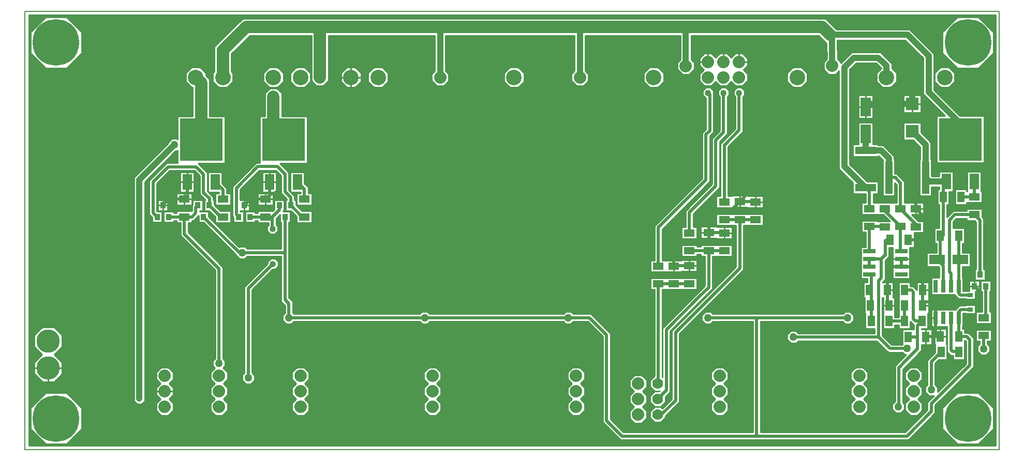
<source format=gbr>
G04 PROTEUS GERBER X2 FILE*
%TF.GenerationSoftware,Labcenter,Proteus,8.7-SP3-Build25561*%
%TF.CreationDate,2021-05-23T19:19:56+00:00*%
%TF.FileFunction,Copper,L6,Bot*%
%TF.FilePolarity,Positive*%
%TF.Part,Single*%
%TF.SameCoordinates,{bb4e542a-de17-4d2d-b6f0-32913e85bf41}*%
%FSLAX45Y45*%
%MOMM*%
G01*
%TA.AperFunction,Conductor*%
%ADD11C,1.016000*%
%ADD10C,0.508000*%
%ADD15C,2.032000*%
%TA.AperFunction,ViaPad*%
%ADD18C,1.270000*%
%ADD19C,1.778000*%
%ADD70C,1.016000*%
%ADD71C,0.762000*%
%ADD20C,2.032000*%
%TA.AperFunction,Conductor*%
%ADD13C,0.254000*%
%TA.AperFunction,ComponentPad*%
%ADD22C,3.810000*%
%ADD23C,2.540000*%
%ADD24C,2.032000*%
%TA.AperFunction,SMDPad,CuDef*%
%ADD33R,0.889000X1.016000*%
%ADD29R,6.985000X6.985000*%
%ADD72R,1.524000X2.540000*%
%TA.AperFunction,SMDPad,CuDef*%
%ADD26R,2.108200X2.108200*%
%ADD32R,0.889000X0.635000*%
%ADD21R,1.193800X5.308600*%
%ADD27R,1.651000X3.048000*%
%TA.AperFunction,SMDPad,CuDef*%
%ADD34R,2.032000X0.635000*%
%ADD73R,0.635000X2.032000*%
%TA.AperFunction,SMDPad,CuDef*%
%ADD28R,3.403600X1.244600*%
%ADD31R,2.540000X1.524000*%
%ADD25R,1.143000X1.803400*%
%ADD30R,1.803400X1.143000*%
%TA.AperFunction,OtherPad,Unknown*%
%ADD35C,7.620000*%
%TA.AperFunction,Profile*%
%ADD40C,0.203200*%
%TD.AperFunction*%
G36*
X+8448040Y-4193540D02*
X-7368540Y-4193540D01*
X-7368540Y+2860040D01*
X+8448040Y+2860040D01*
X+8448040Y-4193540D01*
G37*
%LPC*%
G36*
X-6819901Y-2381811D02*
X-6819901Y-2571189D01*
X-6947462Y-2698750D01*
X-6819901Y-2826311D01*
X-6819901Y-3015689D01*
X-6953811Y-3149599D01*
X-7143189Y-3149599D01*
X-7277099Y-3015689D01*
X-7277099Y-2826311D01*
X-7149538Y-2698750D01*
X-7277099Y-2571189D01*
X-7277099Y-2381811D01*
X-7143189Y-2247901D01*
X-6953811Y-2247901D01*
X-6819901Y-2381811D01*
G37*
G36*
X-2260599Y+1773114D02*
X-2260599Y+1909886D01*
X-2163886Y+2006599D01*
X-2027114Y+2006599D01*
X-1930401Y+1909886D01*
X-1930401Y+1773114D01*
X-2027114Y+1676401D01*
X-2163886Y+1676401D01*
X-2260599Y+1773114D01*
G37*
G36*
X-1816099Y+1773114D02*
X-1816099Y+1909886D01*
X-1719386Y+2006599D01*
X-1582614Y+2006599D01*
X-1485901Y+1909886D01*
X-1485901Y+1773114D01*
X-1582614Y+1676401D01*
X-1719386Y+1676401D01*
X-1816099Y+1773114D01*
G37*
G36*
X-2781301Y-2990135D02*
X-2781301Y-3105865D01*
X-2850436Y-3175000D01*
X-2781301Y-3244135D01*
X-2781301Y-3359865D01*
X-2850436Y-3429000D01*
X-2781301Y-3498135D01*
X-2781301Y-3613865D01*
X-2863135Y-3695699D01*
X-2978865Y-3695699D01*
X-3060699Y-3613865D01*
X-3060699Y-3498135D01*
X-2991564Y-3429000D01*
X-3060699Y-3359865D01*
X-3060699Y-3244135D01*
X-2991564Y-3175000D01*
X-3060699Y-3105865D01*
X-3060699Y-2990135D01*
X-2978865Y-2908301D01*
X-2863135Y-2908301D01*
X-2781301Y-2990135D01*
G37*
G36*
X+406401Y+1773114D02*
X+406401Y+1909886D01*
X+503114Y+2006599D01*
X+639886Y+2006599D01*
X+736599Y+1909886D01*
X+736599Y+1773114D01*
X+639886Y+1676401D01*
X+503114Y+1676401D01*
X+406401Y+1773114D01*
G37*
G36*
X-622301Y-2990135D02*
X-622301Y-3105865D01*
X-691436Y-3175000D01*
X-622301Y-3244135D01*
X-622301Y-3359865D01*
X-691436Y-3429000D01*
X-622301Y-3498135D01*
X-622301Y-3613865D01*
X-704135Y-3695699D01*
X-819865Y-3695699D01*
X-901699Y-3613865D01*
X-901699Y-3498135D01*
X-832564Y-3429000D01*
X-901699Y-3359865D01*
X-901699Y-3244135D01*
X-832564Y-3175000D01*
X-901699Y-3105865D01*
X-901699Y-2990135D01*
X-819865Y-2908301D01*
X-704135Y-2908301D01*
X-622301Y-2990135D01*
G37*
G36*
X+1727199Y-2990135D02*
X+1727199Y-3105865D01*
X+1658064Y-3175000D01*
X+1727199Y-3244135D01*
X+1727199Y-3359865D01*
X+1658064Y-3429000D01*
X+1727199Y-3498135D01*
X+1727199Y-3613865D01*
X+1645365Y-3695699D01*
X+1529635Y-3695699D01*
X+1447801Y-3613865D01*
X+1447801Y-3498135D01*
X+1516936Y-3429000D01*
X+1447801Y-3359865D01*
X+1447801Y-3244135D01*
X+1516936Y-3175000D01*
X+1447801Y-3105865D01*
X+1447801Y-2990135D01*
X+1529635Y-2908301D01*
X+1645365Y-2908301D01*
X+1727199Y-2990135D01*
G37*
G36*
X+2692401Y+1773114D02*
X+2692401Y+1909886D01*
X+2789114Y+2006599D01*
X+2925886Y+2006599D01*
X+3022599Y+1909886D01*
X+3022599Y+1773114D01*
X+2925886Y+1676401D01*
X+2789114Y+1676401D01*
X+2692401Y+1773114D01*
G37*
G36*
X+4076699Y-2990135D02*
X+4076699Y-3105865D01*
X+4007564Y-3175000D01*
X+4076699Y-3244135D01*
X+4076699Y-3359865D01*
X+4007564Y-3429000D01*
X+4076699Y-3498135D01*
X+4076699Y-3613865D01*
X+3994865Y-3695699D01*
X+3879135Y-3695699D01*
X+3797301Y-3613865D01*
X+3797301Y-3498135D01*
X+3866436Y-3429000D01*
X+3797301Y-3359865D01*
X+3797301Y-3244135D01*
X+3866436Y-3175000D01*
X+3797301Y-3105865D01*
X+3797301Y-2990135D01*
X+3879135Y-2908301D01*
X+3994865Y-2908301D01*
X+4076699Y-2990135D01*
G37*
G36*
X+6362699Y-2990135D02*
X+6362699Y-3105865D01*
X+6293564Y-3175000D01*
X+6362699Y-3244135D01*
X+6362699Y-3359865D01*
X+6293564Y-3429000D01*
X+6362699Y-3498135D01*
X+6362699Y-3613865D01*
X+6280865Y-3695699D01*
X+6165135Y-3695699D01*
X+6083301Y-3613865D01*
X+6083301Y-3498135D01*
X+6152436Y-3429000D01*
X+6083301Y-3359865D01*
X+6083301Y-3244135D01*
X+6152436Y-3175000D01*
X+6083301Y-3105865D01*
X+6083301Y-2990135D01*
X+6165135Y-2908301D01*
X+6280865Y-2908301D01*
X+6362699Y-2990135D01*
G37*
G36*
X+5041901Y+1773114D02*
X+5041901Y+1909886D01*
X+5138614Y+2006599D01*
X+5275386Y+2006599D01*
X+5372099Y+1909886D01*
X+5372099Y+1773114D01*
X+5275386Y+1676401D01*
X+5138614Y+1676401D01*
X+5041901Y+1773114D01*
G37*
G36*
X+7454901Y+1773114D02*
X+7454901Y+1909886D01*
X+7551614Y+2006599D01*
X+7688386Y+2006599D01*
X+7785099Y+1909886D01*
X+7785099Y+1773114D01*
X+7688386Y+1676401D01*
X+7551614Y+1676401D01*
X+7454901Y+1773114D01*
G37*
G36*
X+7230109Y+936833D02*
X+7394499Y+772443D01*
X+7394499Y+501649D01*
X+7403389Y+501649D01*
X+7403389Y+226053D01*
X+7405923Y+223519D01*
X+7531101Y+223519D01*
X+7531101Y+299719D01*
X+7759699Y+299719D01*
X+7759699Y-30479D01*
X+7689849Y-30479D01*
X+7689849Y-247649D01*
X+7658099Y-247649D01*
X+7658098Y-446753D01*
X+7758970Y-345881D01*
X+7974331Y-345881D01*
X+7974331Y-314131D01*
X+8230869Y-314131D01*
X+8230869Y-447849D01*
X+8260079Y-477059D01*
X+8260079Y-1300481D01*
X+8279129Y-1300481D01*
X+8279129Y-1478279D01*
X+8114031Y-1478279D01*
X+8114031Y-1300481D01*
X+8133081Y-1300481D01*
X+8133081Y-529661D01*
X+8108049Y-504629D01*
X+7974331Y-504629D01*
X+7974331Y-472879D01*
X+7811572Y-472879D01*
X+7759702Y-524749D01*
X+7759702Y-626111D01*
X+7943849Y-626111D01*
X+7943849Y-882649D01*
X+7912099Y-882649D01*
X+7912099Y-1028701D01*
X+8039099Y-1028701D01*
X+8039099Y-1257299D01*
X+7912099Y-1257299D01*
X+7912099Y-1440181D01*
X+7918449Y-1440181D01*
X+7918449Y-1662431D01*
X+7956551Y-1662431D01*
X+7956551Y-1656081D01*
X+8020051Y-1656081D01*
X+8020051Y-1490981D01*
X+8185149Y-1490981D01*
X+8185149Y-1668779D01*
X+8121649Y-1668779D01*
X+8121649Y-1795779D01*
X+7956551Y-1795779D01*
X+7956551Y-1789429D01*
X+7848106Y-1789429D01*
X+7784392Y-1725715D01*
X+7784392Y-1719579D01*
X+7397751Y-1719579D01*
X+7397751Y-1440181D01*
X+7531101Y-1440181D01*
X+7531102Y-1270902D01*
X+7517499Y-1257299D01*
X+7327901Y-1257299D01*
X+7327901Y-1028701D01*
X+7485101Y-1028701D01*
X+7485101Y-882649D01*
X+7453351Y-882649D01*
X+7453351Y-626111D01*
X+7531101Y-626111D01*
X+7531102Y-436880D01*
X+7531101Y-247649D01*
X+7499351Y-247649D01*
X+7499351Y+8889D01*
X+7531101Y+8889D01*
X+7531101Y+45721D01*
X+7403389Y+45721D01*
X+7403389Y-105409D01*
X+7207811Y-105409D01*
X+7207811Y+501649D01*
X+7216701Y+501649D01*
X+7216701Y+698797D01*
X+7104387Y+811111D01*
X+6943091Y+811111D01*
X+6943091Y+1098129D01*
X+7230109Y+1098129D01*
X+7230109Y+936833D01*
G37*
G36*
X+8373109Y-1668779D02*
X+8354059Y-1668779D01*
X+8354059Y-2000251D01*
X+8383269Y-2000251D01*
X+8383269Y-2190749D01*
X+8126731Y-2190749D01*
X+8126731Y-2000251D01*
X+8227061Y-2000251D01*
X+8227061Y-1668779D01*
X+8208011Y-1668779D01*
X+8208011Y-1490981D01*
X+8373109Y-1490981D01*
X+8373109Y-1668779D01*
G37*
G36*
X+5800615Y+2679699D02*
X+5851415Y+2628899D01*
X+7047049Y+2628899D01*
X+7444796Y+2231152D01*
X+7444796Y+1637844D01*
X+7869791Y+1212849D01*
X+8261349Y+1212849D01*
X+8261349Y+438151D01*
X+7486651Y+438151D01*
X+7486651Y+1212849D01*
X+7618347Y+1212849D01*
X+7266998Y+1564198D01*
X+7266998Y+2157506D01*
X+6973403Y+2451101D01*
X+5864232Y+2451101D01*
X+5866799Y+2141265D01*
X+5918199Y+2089865D01*
X+5918199Y+2073821D01*
X+6095803Y+2251425D01*
X+6569955Y+2251425D01*
X+6756399Y+2064981D01*
X+6756399Y+1986086D01*
X+6832599Y+1909886D01*
X+6832599Y+1773114D01*
X+6735886Y+1676401D01*
X+6599114Y+1676401D01*
X+6502401Y+1773114D01*
X+6502401Y+1909886D01*
X+6578601Y+1986086D01*
X+6578601Y+1991335D01*
X+6496309Y+2073627D01*
X+6169449Y+2073627D01*
X+6066925Y+1971103D01*
X+6066925Y+416017D01*
X+6349993Y+132949D01*
X+6532879Y+132949D01*
X+6532879Y-67709D01*
X+6451599Y-67709D01*
X+6451599Y-214631D01*
X+6832601Y-214631D01*
X+6832601Y+83456D01*
X+6803389Y+112668D01*
X+6803389Y-105409D01*
X+6607811Y-105409D01*
X+6607811Y+487687D01*
X+6541777Y+553721D01*
X+6532879Y+553721D01*
X+6532879Y+542291D01*
X+6116321Y+542291D01*
X+6116321Y+742949D01*
X+6203951Y+742949D01*
X+6203951Y+1105119D01*
X+6445249Y+1105119D01*
X+6445249Y+742949D01*
X+6532879Y+742949D01*
X+6532879Y+731519D01*
X+6615423Y+731519D01*
X+6794499Y+552443D01*
X+6794499Y+501649D01*
X+6803389Y+501649D01*
X+6803389Y+262850D01*
X+6832807Y+262850D01*
X+6959599Y+136058D01*
X+6959599Y-214631D01*
X+7278369Y-214631D01*
X+7278369Y-405129D01*
X+7081149Y-405129D01*
X+7190651Y-514631D01*
X+7278369Y-514631D01*
X+7278369Y-705129D01*
X+7118349Y-705129D01*
X+7118349Y-946149D01*
X+7048499Y-946149D01*
X+7048499Y-1459229D01*
X+6769101Y-1459229D01*
X+6769101Y-946149D01*
X+6708735Y-946149D01*
X+6708735Y-1099189D01*
X+6646243Y-1161681D01*
X+6646243Y-1469502D01*
X+6600634Y-1515111D01*
X+6773349Y-1515111D01*
X+6773349Y-1769111D01*
X+6800849Y-1769111D01*
X+6800849Y-2087881D01*
X+6864351Y-2087881D01*
X+6864351Y-1515111D01*
X+7054849Y-1515111D01*
X+7054849Y-1579881D01*
X+7101841Y-1579881D01*
X+7164351Y-1642391D01*
X+7164351Y-1515111D01*
X+7354849Y-1515111D01*
X+7354849Y-2025649D01*
X+7344849Y-2025649D01*
X+7344849Y-2279649D01*
X+7240174Y-2279649D01*
X+7240174Y-2284731D01*
X+7406249Y-2284731D01*
X+7406249Y-2541269D01*
X+7240174Y-2541269D01*
X+7240174Y-2633331D01*
X+7202976Y-2670528D01*
X+6931494Y-2942010D01*
X+6931494Y-3485811D01*
X+6959599Y-3513916D01*
X+6959599Y-3598084D01*
X+6900084Y-3657599D01*
X+6815916Y-3657599D01*
X+6756401Y-3598084D01*
X+6756401Y-3513916D01*
X+6804498Y-3465819D01*
X+6804498Y-2889406D01*
X+6990008Y-2703896D01*
X+6961405Y-2703896D01*
X+6923305Y-2665796D01*
X+6697067Y-2665796D01*
X+6507770Y-2476499D01*
X+5223684Y-2476499D01*
X+5185584Y-2514599D01*
X+5101416Y-2514599D01*
X+5041901Y-2455084D01*
X+5041901Y-2370916D01*
X+5101416Y-2311401D01*
X+5185584Y-2311401D01*
X+5223684Y-2349501D01*
X+6470572Y-2349501D01*
X+6470572Y-2279649D01*
X+6320351Y-2279649D01*
X+6320351Y-2025649D01*
X+6310351Y-2025649D01*
X+6310351Y-1771649D01*
X+6292851Y-1771649D01*
X+6292851Y-1515111D01*
X+6352101Y-1515111D01*
X+6352101Y-1459229D01*
X+6248401Y-1459229D01*
X+6248401Y-938531D01*
X+6324601Y-938531D01*
X+6324601Y-695129D01*
X+6259831Y-695129D01*
X+6259831Y-504631D01*
X+6516369Y-504631D01*
X+6516369Y-514631D01*
X+6721051Y-514631D01*
X+6611549Y-405129D01*
X+6259831Y-405129D01*
X+6259831Y-214631D01*
X+6324601Y-214631D01*
X+6324601Y-67709D01*
X+6116321Y-67709D01*
X+6116321Y+115177D01*
X+5889127Y+342371D01*
X+5889127Y+1945063D01*
X+5836365Y+1892301D01*
X+5720635Y+1892301D01*
X+5638801Y+1974135D01*
X+5638801Y+2089865D01*
X+5688569Y+2139633D01*
X+5686706Y+2400301D01*
X+5684885Y+2400301D01*
X+5557885Y+2527301D01*
X+3472680Y+2527301D01*
X+3472680Y+2136717D01*
X+3523480Y+2085917D01*
X+3523480Y+1970187D01*
X+3441646Y+1888353D01*
X+3325916Y+1888353D01*
X+3244082Y+1970187D01*
X+3244082Y+2085917D01*
X+3294882Y+2136717D01*
X+3294882Y+2527301D01*
X+1739899Y+2527301D01*
X+1739899Y+1950165D01*
X+1790699Y+1899365D01*
X+1790699Y+1783635D01*
X+1708865Y+1701801D01*
X+1593135Y+1701801D01*
X+1511301Y+1783635D01*
X+1511301Y+1899365D01*
X+1562101Y+1950165D01*
X+1562101Y+2527301D01*
X-546101Y+2527301D01*
X-546101Y+1950165D01*
X-495301Y+1899365D01*
X-495301Y+1783635D01*
X-577135Y+1701801D01*
X-692865Y+1701801D01*
X-774699Y+1783635D01*
X-774699Y+1899365D01*
X-723899Y+1950165D01*
X-723899Y+2527301D01*
X-2463801Y+2527301D01*
X-2463801Y+1783635D01*
X-2545635Y+1701801D01*
X-2661365Y+1701801D01*
X-2743199Y+1783635D01*
X-2743199Y+2527301D01*
X-3752135Y+2527301D01*
X-4051301Y+2228135D01*
X-4051301Y+1935286D01*
X-4025901Y+1909886D01*
X-4025901Y+1773114D01*
X-4122614Y+1676401D01*
X-4259386Y+1676401D01*
X-4356099Y+1773114D01*
X-4356099Y+1909886D01*
X-4330699Y+1935286D01*
X-4330699Y+2343865D01*
X-3867865Y+2806699D01*
X+5673615Y+2806699D01*
X+5800615Y+2679699D01*
G37*
G36*
X+8216899Y-24131D02*
X+8230869Y-24131D01*
X+8230869Y-214629D01*
X+7979849Y-214629D01*
X+7979849Y-247649D01*
X+7789351Y-247649D01*
X+7789351Y+8889D01*
X+7979849Y+8889D01*
X+7979849Y-24131D01*
X+7988301Y-24131D01*
X+7988301Y+299719D01*
X+8216899Y+299719D01*
X+8216899Y-24131D01*
G37*
G36*
X+7230109Y+1261111D02*
X+6943091Y+1261111D01*
X+6943091Y+1548129D01*
X+7230109Y+1548129D01*
X+7230109Y+1261111D01*
G37*
G36*
X-3186431Y-342899D02*
X-3205481Y-342899D01*
X-3205481Y-355601D01*
X-3092451Y-355601D01*
X-3092451Y-533399D01*
X-3111501Y-533399D01*
X-3111501Y-1768401D01*
X-3048001Y-1831901D01*
X-3048001Y-2015316D01*
X-3031316Y-2032001D01*
X-969184Y-2032001D01*
X-931084Y-1993901D01*
X-846916Y-1993901D01*
X-808816Y-2032001D01*
X+1380316Y-2032001D01*
X+1418416Y-1993901D01*
X+1502584Y-1993901D01*
X+1540684Y-2032001D01*
X+1830997Y-2032001D01*
X+1868194Y-2069199D01*
X+2148775Y-2349780D01*
X+2148775Y-3758366D01*
X+2361488Y-3971079D01*
X+3772802Y-3971079D01*
X+3825285Y-3971080D01*
X+3877768Y-3971079D01*
X+4479988Y-3971079D01*
X+4479988Y-2894698D01*
X+4479989Y-2762250D01*
X+4479988Y-2603500D01*
X+4479988Y-2158999D01*
X+3826684Y-2158999D01*
X+3788584Y-2197099D01*
X+3704416Y-2197099D01*
X+3644901Y-2137584D01*
X+3644901Y-2053416D01*
X+3704416Y-1993901D01*
X+3788584Y-1993901D01*
X+3826684Y-2032001D01*
X+5952316Y-2032001D01*
X+5990416Y-1993901D01*
X+6074584Y-1993901D01*
X+6134099Y-2053416D01*
X+6134099Y-2137584D01*
X+6074584Y-2197099D01*
X+5990416Y-2197099D01*
X+5952316Y-2158999D01*
X+4606986Y-2158999D01*
X+4606986Y-2629802D01*
X+4606985Y-2762250D01*
X+4606986Y-2894698D01*
X+4606986Y-3971079D01*
X+6973401Y-3971079D01*
X+7336337Y-3608143D01*
X+7336337Y-3480097D01*
X+7441390Y-3375044D01*
X+7358861Y-3375044D01*
X+7299346Y-3315529D01*
X+7299346Y-3231361D01*
X+7337446Y-3193261D01*
X+7337446Y-2790734D01*
X+7463351Y-2664829D01*
X+7463351Y-2533649D01*
X+7453351Y-2533649D01*
X+7453351Y-2277111D01*
X+7643849Y-2277111D01*
X+7643849Y-2531111D01*
X+7653849Y-2531111D01*
X+7653849Y-2787649D01*
X+7520131Y-2787649D01*
X+7464444Y-2843336D01*
X+7464444Y-3193261D01*
X+7502544Y-3231361D01*
X+7502544Y-3313890D01*
X+7966110Y-2850324D01*
X+7966110Y-2484386D01*
X+7950603Y-2468879D01*
X+7943849Y-2468879D01*
X+7943849Y-2787649D01*
X+7753351Y-2787649D01*
X+7753351Y-2714592D01*
X+7718398Y-2714592D01*
X+7658101Y-2654295D01*
X+7658101Y-2240279D01*
X+7397751Y-2240279D01*
X+7397751Y-1960881D01*
X+7795271Y-1960881D01*
X+7858771Y-1897381D01*
X+7956551Y-1897381D01*
X+7956551Y-1891031D01*
X+8121649Y-1891031D01*
X+8121649Y-2030729D01*
X+7956551Y-2030729D01*
X+7956551Y-2024379D01*
X+7918449Y-2024379D01*
X+7918449Y-2240279D01*
X+7912099Y-2240279D01*
X+7912099Y-2277111D01*
X+7943849Y-2277111D01*
X+7943849Y-2341881D01*
X+8003205Y-2341881D01*
X+8093108Y-2431784D01*
X+8093108Y-2902926D01*
X+7463335Y-3532699D01*
X+7463335Y-3660745D01*
X+7026003Y-4098077D01*
X+3877768Y-4098077D01*
X+3825285Y-4098076D01*
X+3772802Y-4098077D01*
X+2308886Y-4098077D01*
X+2021779Y-3810970D01*
X+2021779Y-2402384D01*
X+1778394Y-2158999D01*
X+1540684Y-2158999D01*
X+1502584Y-2197099D01*
X+1418416Y-2197099D01*
X+1380316Y-2158999D01*
X-808816Y-2158999D01*
X-846916Y-2197099D01*
X-931084Y-2197099D01*
X-969184Y-2158999D01*
X-3031316Y-2158999D01*
X-3069416Y-2197099D01*
X-3153584Y-2197099D01*
X-3213099Y-2137584D01*
X-3213099Y-2053416D01*
X-3174999Y-2015316D01*
X-3174999Y-1896665D01*
X-3238499Y-1833165D01*
X-3238499Y-1094865D01*
X-3793316Y-1094865D01*
X-3831416Y-1132965D01*
X-3915584Y-1132965D01*
X-3975099Y-1073450D01*
X-3975099Y-1067702D01*
X-3985133Y-1057667D01*
X-4509401Y-533399D01*
X-4591049Y-533399D01*
X-4591049Y-426349D01*
X-4672699Y-507999D01*
X-4697731Y-507999D01*
X-4697731Y-539749D01*
X-4759582Y-539749D01*
X-4759582Y-698109D01*
X-4191001Y-1266690D01*
X-4191001Y-2764266D01*
X-4152901Y-2802366D01*
X-4152901Y-2886534D01*
X-4185652Y-2919284D01*
X-4114801Y-2990135D01*
X-4114801Y-3105865D01*
X-4183936Y-3175000D01*
X-4114801Y-3244135D01*
X-4114801Y-3359865D01*
X-4183936Y-3429000D01*
X-4114801Y-3498135D01*
X-4114801Y-3613865D01*
X-4196635Y-3695699D01*
X-4312365Y-3695699D01*
X-4394199Y-3613865D01*
X-4394199Y-3498135D01*
X-4325064Y-3429000D01*
X-4394199Y-3359865D01*
X-4394199Y-3244135D01*
X-4325064Y-3175000D01*
X-4394199Y-3105865D01*
X-4394199Y-2990135D01*
X-4323348Y-2919284D01*
X-4356099Y-2886534D01*
X-4356099Y-2802366D01*
X-4317999Y-2764266D01*
X-4317999Y-1319292D01*
X-4886580Y-750711D01*
X-4886580Y-539749D01*
X-4954269Y-539749D01*
X-4954269Y-507999D01*
X-4997451Y-507999D01*
X-4997451Y-533399D01*
X-5162549Y-533399D01*
X-5162549Y-355601D01*
X-4997451Y-355601D01*
X-4997451Y-381001D01*
X-4954269Y-381001D01*
X-4954269Y-349251D01*
X-4698999Y-349251D01*
X-4698999Y-260719D01*
X-4685029Y-246749D01*
X-4685029Y-165101D01*
X-4519931Y-165101D01*
X-4519931Y-342899D01*
X-4572001Y-342899D01*
X-4572001Y-355601D01*
X-4425951Y-355601D01*
X-4425951Y-437249D01*
X-3924508Y-938692D01*
X-3915584Y-929767D01*
X-3831416Y-929767D01*
X-3793316Y-967867D01*
X-3238499Y-967867D01*
X-3238499Y-533399D01*
X-3257549Y-533399D01*
X-3257549Y-408809D01*
X-3319541Y-470801D01*
X-3319541Y-574135D01*
X-3291071Y-602605D01*
X-3291071Y-676251D01*
X-3343147Y-728327D01*
X-3416793Y-728327D01*
X-3468869Y-676251D01*
X-3468869Y-602605D01*
X-3446539Y-580275D01*
X-3446539Y-539749D01*
X-3620769Y-539749D01*
X-3620769Y-507999D01*
X-3663951Y-507999D01*
X-3663951Y-533399D01*
X-3829049Y-533399D01*
X-3829049Y-355601D01*
X-3663951Y-355601D01*
X-3663951Y-381001D01*
X-3620769Y-381001D01*
X-3620769Y-349251D01*
X-3377591Y-349251D01*
X-3351529Y-323189D01*
X-3351529Y-165101D01*
X-3186431Y-165101D01*
X-3186431Y-342899D01*
G37*
G36*
X+7251699Y-2990135D02*
X+7251699Y-3105865D01*
X+7182564Y-3175000D01*
X+7251699Y-3244135D01*
X+7251699Y-3359865D01*
X+7182564Y-3429000D01*
X+7251699Y-3498135D01*
X+7251699Y-3613865D01*
X+7169865Y-3695699D01*
X+7054135Y-3695699D01*
X+6972301Y-3613865D01*
X+6972301Y-3498135D01*
X+7041436Y-3429000D01*
X+6972301Y-3359865D01*
X+6972301Y-3244135D01*
X+7041436Y-3175000D01*
X+6972301Y-3105865D01*
X+6972301Y-2990135D01*
X+7054135Y-2908301D01*
X+7169865Y-2908301D01*
X+7251699Y-2990135D01*
G37*
G36*
X+6445249Y+1168621D02*
X+6203951Y+1168621D01*
X+6203951Y+1549619D01*
X+6445249Y+1549619D01*
X+6445249Y+1168621D01*
G37*
G36*
X+8383269Y-2480749D02*
X+8318499Y-2480749D01*
X+8318499Y-2523316D01*
X+8356599Y-2561416D01*
X+8356599Y-2645584D01*
X+8297084Y-2705099D01*
X+8212916Y-2705099D01*
X+8153401Y-2645584D01*
X+8153401Y-2561416D01*
X+8191501Y-2523316D01*
X+8191501Y-2480749D01*
X+8126731Y-2480749D01*
X+8126731Y-2290251D01*
X+8383269Y-2290251D01*
X+8383269Y-2480749D01*
G37*
G36*
X-7340599Y-3920096D02*
X-7340599Y-3572904D01*
X-7095096Y-3327401D01*
X-6747904Y-3327401D01*
X-6502401Y-3572904D01*
X-6502401Y-3920096D01*
X-6747904Y-4165599D01*
X-7095096Y-4165599D01*
X-7340599Y-3920096D01*
G37*
G36*
X-7340599Y+2239404D02*
X-7340599Y+2586596D01*
X-7095096Y+2832099D01*
X-6747904Y+2832099D01*
X-6502401Y+2586596D01*
X-6502401Y+2239404D01*
X-6747904Y+1993901D01*
X-7095096Y+1993901D01*
X-7340599Y+2239404D01*
G37*
G36*
X+7581901Y+2239404D02*
X+7581901Y+2586596D01*
X+7827404Y+2832099D01*
X+8174596Y+2832099D01*
X+8420099Y+2586596D01*
X+8420099Y+2239404D01*
X+8174596Y+1993901D01*
X+7827404Y+1993901D01*
X+7581901Y+2239404D01*
G37*
G36*
X+7581901Y-3920096D02*
X+7581901Y-3572904D01*
X+7827404Y-3327401D01*
X+8174596Y-3327401D01*
X+8420099Y-3572904D01*
X+8420099Y-3920096D01*
X+8174596Y-4165599D01*
X+7827404Y-4165599D01*
X+7581901Y-3920096D01*
G37*
G36*
X-4470401Y+1909886D02*
X-4470401Y+1873965D01*
X-4406901Y+1810465D01*
X-4406901Y+1205229D01*
X-4159251Y+1205229D01*
X-4159251Y+430531D01*
X-4595231Y+430531D01*
X-4445001Y+280301D01*
X-4445001Y-20294D01*
X-4432299Y-32996D01*
X-4432299Y+292099D01*
X-4203701Y+292099D01*
X-4203701Y+102501D01*
X-4127501Y+26301D01*
X-4127501Y-59251D01*
X-4062731Y-59251D01*
X-4062731Y-249749D01*
X-4319269Y-249749D01*
X-4319269Y-59251D01*
X-4254499Y-59251D01*
X-4254499Y-38099D01*
X-4427196Y-38099D01*
X-4347525Y-117770D01*
X-4347525Y-165101D01*
X-4331971Y-165101D01*
X-4331971Y-246749D01*
X-4229469Y-349251D01*
X-4062731Y-349251D01*
X-4062731Y-539749D01*
X-4319269Y-539749D01*
X-4319269Y-439051D01*
X-4415421Y-342899D01*
X-4497069Y-342899D01*
X-4497069Y-165101D01*
X-4479794Y-165101D01*
X-4571999Y-72896D01*
X-4571999Y+227699D01*
X-4656059Y+311759D01*
X-5057492Y+311759D01*
X-5270501Y+98750D01*
X-5270501Y-352159D01*
X-5267059Y-355601D01*
X-5185411Y-355601D01*
X-5185411Y-533399D01*
X-5350509Y-533399D01*
X-5350509Y-451751D01*
X-5397499Y-404761D01*
X-5397499Y+151352D01*
X-5110094Y+438757D01*
X-4933949Y+438757D01*
X-4933949Y+647853D01*
X-4947268Y+634534D01*
X-4965229Y+634534D01*
X-5472084Y+127679D01*
X-5472084Y-3460528D01*
X-5524160Y-3512604D01*
X-5597806Y-3512604D01*
X-5649882Y-3460528D01*
X-5649882Y+201325D01*
X-5090951Y+760256D01*
X-5090951Y+778217D01*
X-5031436Y+837732D01*
X-4947268Y+837732D01*
X-4933949Y+824413D01*
X-4933949Y+1205229D01*
X-4686299Y+1205229D01*
X-4686299Y+1676401D01*
X-4703886Y+1676401D01*
X-4800599Y+1773114D01*
X-4800599Y+1909886D01*
X-4703886Y+2006599D01*
X-4567114Y+2006599D01*
X-4470401Y+1909886D01*
G37*
G36*
X-4889499Y+292099D02*
X-4660901Y+292099D01*
X-4660901Y-38099D01*
X-4889499Y-38099D01*
X-4889499Y+292099D01*
G37*
G36*
X-3225801Y+1581865D02*
X-3225801Y+1205229D01*
X-2813051Y+1205229D01*
X-2813051Y+430531D01*
X-3261731Y+430531D01*
X-3111501Y+280301D01*
X-3111501Y-9453D01*
X-3086099Y-34855D01*
X-3086099Y+292099D01*
X-2857501Y+292099D01*
X-2857501Y+102501D01*
X-2794001Y+39001D01*
X-2794001Y-59251D01*
X-2729231Y-59251D01*
X-2729231Y-249749D01*
X-2985769Y-249749D01*
X-2985769Y-59251D01*
X-2920999Y-59251D01*
X-2920999Y-38099D01*
X-3082855Y-38099D01*
X-3017877Y-103077D01*
X-3017877Y-165101D01*
X-2998471Y-165101D01*
X-2998471Y-246749D01*
X-2895969Y-349251D01*
X-2729231Y-349251D01*
X-2729231Y-539749D01*
X-2985769Y-539749D01*
X-2985769Y-439051D01*
X-3081921Y-342899D01*
X-3163569Y-342899D01*
X-3163569Y-165101D01*
X-3144875Y-165101D01*
X-3144875Y-155679D01*
X-3238499Y-62055D01*
X-3238499Y+227699D01*
X-3328302Y+317502D01*
X-3593198Y+317502D01*
X-3909108Y+1592D01*
X-3909108Y-165101D01*
X-3757931Y-165101D01*
X-3757931Y-342899D01*
X-3909108Y-342899D01*
X-3909108Y-355601D01*
X-3851911Y-355601D01*
X-3851911Y-533399D01*
X-4017009Y-533399D01*
X-4017009Y-451751D01*
X-4036106Y-432654D01*
X-4036106Y+54194D01*
X-3645802Y+444498D01*
X-3587749Y+444498D01*
X-3587749Y+1205229D01*
X-3505199Y+1205229D01*
X-3505199Y+1581865D01*
X-3423365Y+1663699D01*
X-3307635Y+1663699D01*
X-3225801Y+1581865D01*
G37*
G36*
X-3314701Y-25400D02*
X-3286218Y-25400D01*
X-3263900Y-47718D01*
X-3263900Y-79282D01*
X-3286218Y-101600D01*
X-3317782Y-101600D01*
X-3340100Y-79282D01*
X-3340100Y-47718D01*
X-3330481Y-38099D01*
X-3543299Y-38099D01*
X-3543299Y+292099D01*
X-3314701Y+292099D01*
X-3314701Y-25400D01*
G37*
G36*
X-5091431Y-342899D02*
X-5256529Y-342899D01*
X-5256529Y-165101D01*
X-5091431Y-165101D01*
X-5091431Y-342899D01*
G37*
G36*
X-4954269Y-249749D02*
X-4954269Y-59251D01*
X-4697731Y-59251D01*
X-4697731Y-249749D01*
X-4954269Y-249749D01*
G37*
G36*
X-3620769Y-249749D02*
X-3620769Y-59251D01*
X-3364231Y-59251D01*
X-3364231Y-249749D01*
X-3620769Y-249749D01*
G37*
G36*
X-3086099Y+1773114D02*
X-3086099Y+1909886D01*
X-2989386Y+2006599D01*
X-2852614Y+2006599D01*
X-2755901Y+1909886D01*
X-2755901Y+1773114D01*
X-2852614Y+1676401D01*
X-2989386Y+1676401D01*
X-3086099Y+1773114D01*
G37*
G36*
X-3530599Y+1773114D02*
X-3530599Y+1909886D01*
X-3433886Y+2006599D01*
X-3297114Y+2006599D01*
X-3200401Y+1909886D01*
X-3200401Y+1773114D01*
X-3297114Y+1676401D01*
X-3433886Y+1676401D01*
X-3530599Y+1773114D01*
G37*
G36*
X+3835399Y+1624323D02*
X+3835399Y+1588401D01*
X+3836877Y+1586923D01*
X+3836877Y+937344D01*
X+3776401Y+876868D01*
X+3776401Y+134072D01*
X+2994499Y-647830D01*
X+2994499Y-1157251D01*
X+3310731Y-1157251D01*
X+3310731Y-1147251D01*
X+3567269Y-1147251D01*
X+3567269Y-1337749D01*
X+3313269Y-1337749D01*
X+3313269Y-1347749D01*
X+2802731Y-1347749D01*
X+2802731Y-1157251D01*
X+2867501Y-1157251D01*
X+2867501Y-595228D01*
X+3649403Y+186674D01*
X+3649403Y+929470D01*
X+3709879Y+989946D01*
X+3709879Y+1498601D01*
X+3709677Y+1498601D01*
X+3657601Y+1550677D01*
X+3657601Y+1624323D01*
X+3709677Y+1676399D01*
X+3783323Y+1676399D01*
X+3835399Y+1624323D01*
G37*
G36*
X+4138769Y-1093749D02*
X+3819999Y-1093749D01*
X+3819999Y-1628982D01*
X+3128065Y-2320916D01*
X+3128065Y-3311735D01*
X+3047999Y-3391801D01*
X+3047999Y-3481605D01*
X+2973605Y-3555999D01*
X+2868395Y-3555999D01*
X+2794001Y-3481605D01*
X+2794001Y-3376395D01*
X+2868395Y-3302001D01*
X+2958199Y-3302001D01*
X+2958201Y-3301999D01*
X+2868395Y-3301999D01*
X+2794001Y-3227605D01*
X+2794001Y-3122395D01*
X+2867502Y-3048894D01*
X+2867501Y-1637749D01*
X+2802731Y-1637749D01*
X+2802731Y-1447251D01*
X+3567269Y-1447251D01*
X+3567269Y-1637749D01*
X+2994499Y-1637749D01*
X+2994498Y-3068894D01*
X+3001067Y-3075463D01*
X+3001067Y-2268314D01*
X+3693001Y-1576380D01*
X+3693001Y-1093749D01*
X+3628231Y-1093749D01*
X+3628231Y-1061999D01*
X+3597750Y-1061998D01*
X+3567269Y-1061999D01*
X+3567269Y-1093749D01*
X+3310731Y-1093749D01*
X+3310731Y-903251D01*
X+3567269Y-903251D01*
X+3567269Y-935001D01*
X+3597750Y-935002D01*
X+3628231Y-935001D01*
X+3628231Y-903251D01*
X+4138769Y-903251D01*
X+4138769Y-1093749D01*
G37*
G36*
X+3884769Y-613251D02*
X+4138769Y-613251D01*
X+4138769Y-803749D01*
X+3882231Y-803749D01*
X+3882231Y-793749D01*
X+3628231Y-793749D01*
X+3628231Y-603251D01*
X+3884769Y-603251D01*
X+3884769Y-613251D01*
G37*
G36*
X+4343399Y+1624323D02*
X+4343399Y+1550677D01*
X+4316557Y+1523835D01*
X+4316557Y+944550D01*
X+4073999Y+701992D01*
X+4073999Y-105251D01*
X+4136231Y-105251D01*
X+4136231Y-95251D01*
X+4392769Y-95251D01*
X+4392769Y-105251D01*
X+4646769Y-105251D01*
X+4646769Y-295749D01*
X+4390231Y-295749D01*
X+4390231Y-285749D01*
X+4138769Y-285749D01*
X+4138769Y-295749D01*
X+3882231Y-295749D01*
X+3882231Y-105251D01*
X+3947001Y-105251D01*
X+3947001Y+754594D01*
X+4189559Y+997152D01*
X+4189559Y+1526719D01*
X+4165601Y+1550677D01*
X+4165601Y+1624323D01*
X+4217677Y+1676399D01*
X+4291323Y+1676399D01*
X+4343399Y+1624323D01*
G37*
G36*
X+4646769Y-585749D02*
X+4327999Y-585749D01*
X+4327999Y-1312650D01*
X+3279423Y-2361226D01*
X+3279423Y-3479087D01*
X+3047999Y-3710511D01*
X+3047999Y-3735605D01*
X+2973605Y-3809999D01*
X+2868395Y-3809999D01*
X+2794001Y-3735605D01*
X+2794001Y-3630395D01*
X+2868395Y-3556001D01*
X+2973605Y-3556001D01*
X+2998257Y-3580653D01*
X+3152425Y-3426485D01*
X+3152425Y-2308624D01*
X+4201001Y-1260048D01*
X+4201001Y-585749D01*
X+3882231Y-585749D01*
X+3882231Y-395251D01*
X+4646769Y-395251D01*
X+4646769Y-585749D01*
G37*
G36*
X+4089399Y+1624323D02*
X+4089399Y+1550677D01*
X+4063999Y+1525277D01*
X+4063998Y+913774D01*
X+3936999Y+786775D01*
X+3936999Y+37199D01*
X+3502499Y-397301D01*
X+3502499Y-613251D01*
X+3567269Y-613251D01*
X+3567269Y-803749D01*
X+3310731Y-803749D01*
X+3310731Y-613251D01*
X+3375501Y-613251D01*
X+3375501Y-344699D01*
X+3810001Y+89801D01*
X+3810001Y+839377D01*
X+3937002Y+966378D01*
X+3937001Y+1525277D01*
X+3911601Y+1550677D01*
X+3911601Y+1624323D01*
X+3963677Y+1676399D01*
X+4037323Y+1676399D01*
X+4089399Y+1624323D01*
G37*
G36*
X+4394199Y+2153365D02*
X+4394199Y+2037635D01*
X+4325064Y+1968500D01*
X+4394199Y+1899365D01*
X+4394199Y+1783635D01*
X+4312365Y+1701801D01*
X+4196635Y+1701801D01*
X+4127500Y+1770936D01*
X+4058365Y+1701801D01*
X+3942635Y+1701801D01*
X+3873500Y+1770936D01*
X+3804365Y+1701801D01*
X+3688635Y+1701801D01*
X+3606801Y+1783635D01*
X+3606801Y+1899365D01*
X+3675936Y+1968500D01*
X+3606801Y+2037635D01*
X+3606801Y+2153365D01*
X+3688635Y+2235199D01*
X+3804365Y+2235199D01*
X+3873500Y+2166064D01*
X+3942635Y+2235199D01*
X+4058365Y+2235199D01*
X+4127500Y+2166064D01*
X+4196635Y+2235199D01*
X+4312365Y+2235199D01*
X+4394199Y+2153365D01*
G37*
G36*
X+2743199Y-3117135D02*
X+2743199Y-3232865D01*
X+2674064Y-3302000D01*
X+2743199Y-3371135D01*
X+2743199Y-3486865D01*
X+2674064Y-3556000D01*
X+2743199Y-3625135D01*
X+2743199Y-3740865D01*
X+2661365Y-3822699D01*
X+2545635Y-3822699D01*
X+2463801Y-3740865D01*
X+2463801Y-3625135D01*
X+2532936Y-3556000D01*
X+2463801Y-3486865D01*
X+2463801Y-3371135D01*
X+2532936Y-3302000D01*
X+2463801Y-3232865D01*
X+2463801Y-3117135D01*
X+2545635Y-3035301D01*
X+2661365Y-3035301D01*
X+2743199Y-3117135D01*
G37*
G36*
X-5003801Y-2990135D02*
X-5003801Y-3105865D01*
X-5072936Y-3175000D01*
X-5003801Y-3244135D01*
X-5003801Y-3359865D01*
X-5072936Y-3429000D01*
X-5003801Y-3498135D01*
X-5003801Y-3613865D01*
X-5085635Y-3695699D01*
X-5201365Y-3695699D01*
X-5283199Y-3613865D01*
X-5283199Y-3498135D01*
X-5214064Y-3429000D01*
X-5283199Y-3359865D01*
X-5283199Y-3244135D01*
X-5214064Y-3175000D01*
X-5283199Y-3105865D01*
X-5283199Y-2990135D01*
X-5201365Y-2908301D01*
X-5085635Y-2908301D01*
X-5003801Y-2990135D01*
G37*
G36*
X+4425851Y+1574349D02*
X+4425851Y+1600651D01*
X+4444450Y+1619250D01*
X+4470752Y+1619250D01*
X+4489351Y+1600651D01*
X+4489351Y+1574349D01*
X+4470752Y+1555750D01*
X+4444450Y+1555750D01*
X+4425851Y+1574349D01*
G37*
G36*
X-3286056Y-1178369D02*
X-3286056Y-1252015D01*
X-3338132Y-1304091D01*
X-3374054Y-1304091D01*
X-3714400Y-1644437D01*
X-3714400Y-2999215D01*
X-3676300Y-3037315D01*
X-3676300Y-3121483D01*
X-3735815Y-3180998D01*
X-3819983Y-3180998D01*
X-3879498Y-3121483D01*
X-3879498Y-3037315D01*
X-3841398Y-2999215D01*
X-3841398Y-1591835D01*
X-3463854Y-1214291D01*
X-3463854Y-1178369D01*
X-3411778Y-1126293D01*
X-3338132Y-1126293D01*
X-3286056Y-1178369D01*
G37*
G36*
X-3270250Y-1918151D02*
X-3270250Y-1891849D01*
X-3251651Y-1873250D01*
X-3225349Y-1873250D01*
X-3206750Y-1891849D01*
X-3206750Y-1918151D01*
X-3225349Y-1936750D01*
X-3251651Y-1936750D01*
X-3270250Y-1918151D01*
G37*
G36*
X+7037212Y+1800318D02*
X+7037212Y+1831882D01*
X+7059530Y+1854200D01*
X+7091094Y+1854200D01*
X+7113412Y+1831882D01*
X+7113412Y+1800318D01*
X+7091094Y+1778000D01*
X+7059530Y+1778000D01*
X+7037212Y+1800318D01*
G37*
G36*
X-3530600Y-1920782D02*
X-3530600Y-1889218D01*
X-3508282Y-1866900D01*
X-3476718Y-1866900D01*
X-3454400Y-1889218D01*
X-3454400Y-1920782D01*
X-3476718Y-1943100D01*
X-3508282Y-1943100D01*
X-3530600Y-1920782D01*
G37*
G36*
X-5111750Y-76651D02*
X-5111750Y-50349D01*
X-5093151Y-31750D01*
X-5066849Y-31750D01*
X-5048250Y-50349D01*
X-5048250Y-76651D01*
X-5066849Y-95250D01*
X-5093151Y-95250D01*
X-5111750Y-76651D01*
G37*
%LPD*%
G36*
X+6610351Y-2025649D02*
X+6610351Y-2279649D01*
X+6800849Y-2279649D01*
X+6800849Y-2214879D01*
X+6864351Y-2214879D01*
X+6864351Y-2279649D01*
X+7054849Y-2279649D01*
X+7054849Y-2158759D01*
X+7110970Y-2214879D01*
X+7113176Y-2214879D01*
X+7113176Y-2284731D01*
X+6925751Y-2284731D01*
X+6925751Y-2536352D01*
X+6923305Y-2538798D01*
X+6749669Y-2538798D01*
X+6597570Y-2386698D01*
X+6597570Y-1771649D01*
X+6610351Y-1771649D01*
X+6610351Y-2025649D01*
G37*
D11*
X+7305600Y+198120D02*
X+7305600Y+735620D01*
X+7086600Y+954620D01*
X+7645400Y+134620D02*
X+7369100Y+134620D01*
X+7305600Y+198120D01*
X+6324600Y+642620D02*
X+6324600Y+914620D01*
X+6705600Y+198120D02*
X+6705600Y+515620D01*
X+6578600Y+642620D01*
X+6324600Y+642620D01*
D10*
X+6388100Y-309880D02*
X+6388100Y-30880D01*
X+6324600Y+32620D01*
X+6896100Y-309880D02*
X+7150100Y-563880D01*
X+7150100Y-609880D01*
X+6896100Y-599880D02*
X+6642100Y-345880D01*
X+6642100Y-309880D01*
X+6388100Y-599880D02*
X+6632100Y-599880D01*
X+6642100Y-609880D01*
X+6896100Y-599880D02*
X+6896100Y-995680D01*
X+6908800Y-1008380D01*
X+6896100Y-309880D02*
X+6896100Y+109757D01*
X+6806506Y+199351D01*
X+6706831Y+199351D01*
X+6705600Y+198120D01*
X+7150100Y-309880D02*
X+7150100Y+425241D01*
X+6778507Y+796834D01*
X+6778507Y+1373262D01*
X+6747149Y+1404620D01*
X+7594600Y-119380D02*
X+7594600Y+83820D01*
X+7645400Y+134620D01*
X+7884600Y-119380D02*
X+8102600Y-119380D01*
X+8102600Y+134620D01*
X+8196580Y-1389380D02*
X+8196580Y-503360D01*
X+8159750Y-466530D01*
X+8102600Y-409380D01*
X+7548600Y-754380D02*
X+7594600Y-754380D01*
X+7594600Y-119380D01*
X+8039100Y-1725930D02*
X+7874407Y-1725930D01*
X+7847891Y-1699414D01*
X+7847891Y-1580589D01*
X+7848600Y-1579880D01*
X+7259600Y-1643380D02*
X+7259600Y-1897380D01*
X+7467600Y-2100580D02*
X+7467600Y-1833880D01*
X+8102600Y-1579880D02*
X+8166100Y-1643380D01*
X+8166100Y-1833880D01*
X+7467600Y-1833880D01*
X+7278892Y-1833880D01*
X+7265528Y-1847244D01*
X+7259600Y-1897380D01*
X+6908800Y-1262380D02*
X+6908800Y-1135380D01*
X+7340600Y-817880D02*
X+7340600Y-500380D01*
X+7150100Y-309880D01*
X+6678100Y-1643380D02*
X+6678100Y-1869880D01*
X+6705600Y-1897380D01*
X+6678100Y-1643380D02*
X+6678100Y-1277727D01*
X+6695016Y-1260811D01*
X+6868436Y-1260811D01*
X+6869931Y-1262306D01*
X+6908800Y-1262380D01*
X+6959600Y-1897380D02*
X+6959600Y-2151380D01*
X+6705600Y-2151380D01*
X+6388100Y-1135380D02*
X+6388100Y-1262380D01*
X+6388100Y-1008380D02*
X+6388100Y-599880D01*
X+6388100Y-1643380D02*
X+6415600Y-1643380D01*
X+6415600Y-1416880D01*
X+6388100Y-1389380D01*
X+6415600Y-2151380D02*
X+6415600Y-1987550D01*
X+6405600Y-1897380D01*
X+6415600Y-1987550D02*
X+6415600Y-1643380D01*
X+7467600Y-2100580D02*
X+7467600Y-2399087D01*
X+7461307Y-2405380D01*
X+7721600Y-2100580D02*
X+7721600Y-2627994D01*
X+7744699Y-2651093D01*
X+7840313Y-2651093D01*
X+7848600Y-2659380D01*
X+7848600Y-2405380D02*
X+7848600Y-2100580D01*
X+7847891Y-2099871D01*
X+7848600Y-2100580D01*
X+8039100Y-1960880D02*
X+7885072Y-1960880D01*
X+7847891Y-1998061D01*
X+7847891Y-2099871D01*
D11*
X+6324600Y+32620D02*
X+5978026Y+379194D01*
X+5978026Y+2007926D01*
X+6132626Y+2162526D01*
X+6533132Y+2162526D01*
X+6618214Y+2077444D01*
X+6667500Y+2028158D01*
X+6667500Y+1841500D01*
D10*
X+6388100Y-1135380D02*
X+6582744Y-1135380D01*
X+6634037Y-1084087D01*
X+6645236Y-1072888D01*
X+6645236Y-828743D01*
X+6712237Y-828743D01*
X+6723100Y-817880D01*
X+6959600Y-1643380D02*
X+7075540Y-1643380D01*
X+7104260Y-1672100D01*
X+7104260Y-2118369D01*
X+7134677Y-2148786D02*
X+7156505Y-2148786D01*
X+7247006Y-2148786D01*
X+7249600Y-2151380D01*
X+7104260Y-2118369D02*
X+7134677Y-2148786D01*
X+7137271Y-2151380D01*
X+7159099Y-2151380D01*
X+7249600Y-2151380D02*
X+7159099Y-2151380D01*
X+7156505Y-2148786D01*
X+7048500Y-3556000D02*
X+7048500Y-3556000D01*
X-5080000Y-444500D02*
X-4826000Y-444500D01*
X-4699000Y-444500D01*
X-4635500Y-381000D01*
X-4635500Y-287020D01*
X-4602480Y-254000D01*
X-4414520Y-254000D02*
X-4224020Y-444500D01*
X-4191000Y-444500D01*
X-4191000Y-154500D02*
X-4191000Y+0D01*
X-4318000Y+127000D01*
X-3746500Y-444500D02*
X-3492500Y-444500D01*
X-3934460Y-444500D02*
X-3972607Y-406353D01*
X-3972607Y-383439D01*
X-3972607Y+27893D01*
X-3619500Y+381000D01*
X-3302000Y+381000D01*
X-3175000Y+254000D01*
X-3175000Y-35754D01*
X-3081376Y-129378D01*
X-3081376Y-253644D01*
X-3081020Y-254000D01*
X-2890520Y-444500D01*
X-2857500Y-444500D01*
X-2857500Y-154500D02*
X-2857500Y+12700D01*
X-2971800Y+127000D01*
X-5173980Y-254000D02*
X-5074480Y-154500D01*
X-4826000Y-154500D01*
X-3429000Y-91000D02*
X-3429000Y+127000D01*
X-1016000Y-2095500D02*
X-889000Y-2095500D01*
X+1333500Y-2095500D02*
X+1460500Y-2095500D01*
X-889000Y-2095500D02*
X+1333500Y-2095500D01*
X-5267960Y-444500D02*
X-5334000Y-378460D01*
X-5334000Y+125051D01*
X-5083793Y+375258D01*
X-4629758Y+375258D01*
X-4508500Y+254000D01*
X-4508500Y-46595D01*
X-4411024Y-144071D01*
X-4411024Y-250504D01*
X-4414520Y-254000D01*
X-3111500Y-2095500D02*
X-2984500Y-2095500D01*
X+2931000Y-1542500D02*
X+3185000Y-1542500D01*
X+3439000Y-1542500D01*
X+3196111Y-1242500D02*
X+3185000Y-1252500D01*
X+3195000Y-1242500D01*
X+3196111Y-1242500D01*
X+3439000Y-1242500D01*
X+3439000Y-998500D02*
X+3756500Y-998500D01*
X+4010500Y-998500D01*
X+3756500Y-698500D02*
X+4000500Y-698500D01*
X+4010500Y-708500D01*
X+4010500Y-490500D02*
X+4264500Y-490500D01*
X+4518500Y-490500D01*
X+4264500Y-190500D02*
X+4508500Y-190500D01*
X+4518500Y-200500D01*
X+3185000Y-871500D02*
X+3693000Y-871500D01*
X+3756500Y-808000D01*
X+3756500Y-698500D01*
X+3185000Y-1252500D02*
X+3185000Y-871500D01*
X+4264500Y-190500D02*
X+4112079Y-342921D01*
X+4098204Y-342921D01*
X+3762379Y-342921D01*
X+3756500Y-337042D01*
X+3756500Y-698500D02*
X+3756500Y-337042D01*
X+1460500Y-2095500D02*
X+1804695Y-2095500D01*
X+3746500Y-2095500D02*
X+4534399Y-2095500D01*
X+6032500Y-2095500D01*
X+2931000Y-1542500D02*
X+2931000Y-3165000D01*
X+2921000Y-3175000D01*
X+3756500Y-998500D02*
X+3756500Y-1602681D01*
X+3602894Y-1756287D01*
X+3064566Y-2294615D01*
X+3064566Y-3285434D01*
X+2921000Y-3429000D01*
X+4264500Y-490500D02*
X+4264500Y-1286349D01*
X+3215924Y-2334925D01*
X+3215924Y-3452786D01*
X+2985710Y-3683000D01*
X+2921000Y-3683000D01*
D11*
X+7874000Y+825500D02*
X+7874000Y+1082918D01*
X+7355897Y+1601021D01*
X+7355897Y+2194329D01*
X+7163473Y+2386753D01*
D10*
X+4010500Y-200500D02*
X+4010500Y+728293D01*
X+4253058Y+970851D01*
X+4253058Y+1586058D01*
X+4254500Y+1587500D01*
X+3439000Y-708500D02*
X+3439000Y-371000D01*
X+3873500Y+63500D01*
X+3873500Y+813076D01*
X+4000500Y+940076D01*
X+4000500Y+1587500D01*
X+2931000Y-1252500D02*
X+2931000Y-621529D01*
X+3338846Y-213683D01*
X+3712902Y+160373D01*
X+3712902Y+903169D01*
X+3773378Y+963645D01*
X+3773378Y+1560622D01*
X+3746500Y+1587500D01*
X+4457601Y+1587500D02*
X+4457601Y+2601D01*
X+4264500Y-190500D01*
X-4254500Y-2844450D02*
X-4254500Y-1292991D01*
X-4823081Y-724410D01*
X-4823081Y-447419D01*
X-4826000Y-444500D01*
X+6892102Y-2891602D02*
X+6956191Y-2827513D01*
X+7176675Y-2607029D01*
X+7176675Y-2540000D01*
X+6892102Y-2891602D02*
X+6867996Y-2915708D01*
X+6867996Y-3546004D01*
X+6858000Y-3556000D01*
X+6582744Y-1135380D02*
X+6582744Y-1443201D01*
X+6534071Y-1491874D01*
X+6534071Y-1522968D01*
X+6534071Y-2413000D01*
X+5143500Y-2413000D01*
X+4543487Y-2921000D02*
X+4543487Y-2603500D01*
X+4543487Y-2104588D01*
X+4534399Y-2095500D01*
X+1804695Y-2095500D02*
X+2085277Y-2376082D01*
X+2085277Y-3784668D01*
X+2335187Y-4034578D01*
X+3746500Y-4034578D01*
X+4543487Y-3429000D02*
X+4543487Y-2921000D01*
D11*
X+7163473Y+2386753D02*
X+7010226Y+2540000D01*
X+6229523Y+2540000D02*
X+7010226Y+2540000D01*
X+5742750Y+2540000D02*
X+6229523Y+2540000D01*
D10*
X-3175000Y-444500D02*
X-3175000Y-600328D01*
X-2984500Y-2095500D02*
X-2886364Y-2095500D01*
X-1016000Y-2095500D01*
X-3111500Y-2095500D02*
X-3111500Y-1870364D01*
X-3111500Y-1858202D01*
X-3175000Y-1794702D01*
X-3175000Y-1806864D01*
X-3111500Y-1870364D01*
X-3492500Y-154500D02*
X-3429000Y-91000D01*
X-3492500Y-1905000D02*
X-3238500Y-1905000D01*
X+7548600Y-2405380D02*
X+7461307Y-2405380D01*
X+7318620Y-2405380D01*
X+7311000Y-2413000D01*
X+7021000Y-2413000D02*
X+7167111Y-2413000D01*
X+7176675Y-2403436D01*
X+7249600Y-2151380D02*
X+7176675Y-2224305D01*
X+7176675Y-2403436D01*
X+7176675Y-2540000D01*
X+7003489Y-2602297D02*
X+6723368Y-2602297D01*
X+6534071Y-2413000D01*
X+3937909Y-4034578D02*
X+3904070Y-4034578D01*
X+3746500Y-4034578D02*
X+3904070Y-4034578D01*
X+4543487Y-3429000D02*
X+4543487Y-4022322D01*
X+4531231Y-4034578D01*
X+3937909Y-4034578D01*
X+7400945Y-3273445D02*
X+7400945Y-2817035D01*
X+7558600Y-2659380D01*
X+8255000Y-2095500D02*
X+8290560Y-2059940D01*
X+8290560Y-1579880D01*
X+8255000Y-2385500D02*
X+8255000Y-2603500D01*
X+7485117Y-3421117D02*
X+7512202Y-3394032D01*
X+7548617Y-3357617D01*
X+8029609Y-2876625D01*
X+8029609Y-2748581D01*
X+7848600Y-2405380D02*
X+7976904Y-2405380D01*
X+8029609Y-2458085D01*
X+8029609Y-2748581D01*
X+7485117Y-3421117D02*
X+7399836Y-3506398D01*
X+7399836Y-3634444D01*
X+6999702Y-4034578D01*
X+4531231Y-4034578D01*
X-3850451Y-1031366D02*
X-3176537Y-1031366D01*
X-3175000Y-1029829D01*
X-3175000Y-600328D02*
X-3175000Y-1029829D01*
X-3175000Y-1794702D01*
X-3492500Y-444500D02*
X-3383040Y-444500D01*
X-3281995Y-343455D01*
X-3268980Y-330440D01*
X-3268980Y-254000D01*
X-3383040Y-444500D02*
X-3383040Y-636358D01*
X-3379970Y-639428D01*
X-3777899Y-2794000D02*
X-3777899Y-3079399D01*
X-3374955Y-1215192D02*
X-3777899Y-1618136D01*
X-3777899Y-2474648D01*
X-3777899Y-2794000D01*
D11*
X+6324600Y+1359120D02*
X+6370100Y+1404620D01*
X+6747149Y+1404620D01*
X+6778507Y+1404620D01*
X+1651000Y+1841500D02*
X+1651000Y+2644267D01*
X+1628267Y+2667000D01*
X-5560983Y-3238500D02*
X-5560983Y-3423705D01*
X-4989352Y+736133D02*
X-5560983Y+164502D01*
X-5560983Y-454820D01*
X-5560983Y-3238500D01*
X-635000Y+2032000D02*
X-635000Y+2634074D01*
X-635000Y+2638256D01*
X-663744Y+2667000D01*
D15*
X-1206500Y+2667000D01*
X-2540000Y+2667000D02*
X-1206500Y+2667000D01*
X-663744Y+2667000D02*
X+1628267Y+2667000D01*
D11*
X-635000Y+1841500D02*
X-635000Y+2032000D01*
X-635000Y+2634074D02*
X-634086Y+2634988D01*
D15*
X-2603500Y+2667000D02*
X-2540000Y+2667000D01*
D10*
X+7302500Y-1262380D02*
X+7302500Y-817880D01*
X+7340600Y-817880D01*
X+6908800Y-1262380D02*
X+7302500Y-1262380D01*
X+7023100Y-817880D02*
X+7302500Y-817880D01*
X+7259600Y-1643380D02*
X+7259600Y-1406880D01*
X+7302500Y-1333500D01*
X+7302500Y-1262380D01*
X+7848600Y-754380D02*
X+7848600Y-1117600D01*
X+7874000Y-1143000D01*
X+7848600Y-1579880D02*
X+7848600Y-1168400D01*
X+7874000Y-1143000D01*
X+7548600Y-754380D02*
X+7548600Y-1087400D01*
X+7493000Y-1143000D01*
X+7594600Y-1579880D02*
X+7594600Y-1244600D01*
X+7493000Y-1143000D01*
X+7696203Y-1206500D02*
X+7696203Y-1320797D01*
X+7696203Y-1346203D01*
X+7721600Y-1371600D01*
X+7721600Y-1579880D02*
X+7721600Y-1371600D01*
X+7696203Y-1206500D02*
X+7696203Y-498448D01*
X+7719735Y-474916D01*
X+7785271Y-409380D01*
X+8102600Y-409380D01*
D11*
X+3383781Y+2028052D02*
X+3383781Y+2648719D01*
X+3365500Y+2667000D01*
D15*
X+1628267Y+2667000D02*
X+3365500Y+2667000D01*
X+5615750Y+2667000D01*
X+5742750Y+2540000D01*
D11*
X+5778500Y+2032000D02*
X+5774838Y+2507912D01*
X+5742750Y+2540000D01*
X+6778507Y+1404620D02*
X+7048500Y+1404620D01*
X+7086600Y+1404620D02*
X+7048500Y+1404620D01*
X+7086600Y+1404620D02*
X+7086600Y+1804812D01*
X+7075312Y+1816100D01*
D10*
X-4508500Y-444500D02*
X-3921634Y-1031366D01*
X-3873500Y-1031366D01*
X-3850451Y-1031366D01*
D15*
X-3810000Y+2667000D02*
X-4191000Y+2286000D01*
X-4191000Y+1841500D01*
X-3810000Y+2667000D02*
X-2857500Y+2667000D01*
X-2603500Y+2667000D01*
X-4546600Y+817880D02*
X-4546600Y+1752600D01*
X-4635500Y+1841500D01*
D10*
X-4826000Y-154500D02*
X-4775200Y-103700D01*
X-4775200Y+63500D01*
X-4775200Y+127000D01*
X-5074480Y-154500D02*
X-5074480Y-69020D01*
X-5080000Y-63500D01*
X-3840480Y-254000D02*
X-3740844Y-154364D01*
X-3737598Y-154364D01*
X-3492636Y-154364D01*
X-3429272Y-91000D01*
X-3429000Y-91000D01*
X-3401500Y-63500D01*
X-3302000Y-63500D01*
X-3492636Y-154364D02*
X-3492500Y-154500D01*
D15*
X-2603500Y+2667000D02*
X-2603500Y+1841500D01*
X-3200400Y+817880D02*
X-3365500Y+982980D01*
X-3365500Y+1524000D01*
D18*
X+6858000Y-3556000D03*
D19*
X+2921000Y-3175000D03*
X+2921000Y-3429000D03*
X+2921000Y-3683000D03*
D70*
X+4457601Y+1587500D03*
X+4254500Y+1587500D03*
X+4000500Y+1587500D03*
X+3746500Y+1587500D03*
D18*
X+7400945Y-3273445D03*
D70*
X-3379970Y-639428D03*
X-3374955Y-1215192D03*
X-3238500Y-1905000D03*
D71*
X-5560983Y-3423705D03*
D20*
X-635000Y+1841500D03*
X+1651000Y+1841500D03*
X+3383781Y+2028052D03*
X+5778500Y+2032000D03*
X+7075312Y+1816100D03*
D18*
X-4989352Y+736133D03*
X-3302000Y-63500D03*
X-4254500Y-2844450D03*
X-3777899Y-3079399D03*
X+7003489Y-2602297D03*
X+8255000Y-2603500D03*
X+6032500Y-2095500D03*
X+5143500Y-2413000D03*
X+3746500Y-2095500D03*
X+1460500Y-2095500D03*
X-889000Y-2095500D03*
X-3111500Y-2095500D03*
X-3492500Y-1905000D03*
X-3873500Y-1031366D03*
D71*
X-5080000Y-63500D03*
X-2603500Y+1841500D03*
X-3365500Y+1524000D03*
D13*
X+8448040Y-4193540D02*
X-7368540Y-4193540D01*
X-7368540Y+2860040D01*
X+8448040Y+2860040D01*
X+8448040Y-4193540D01*
X-6819901Y-2381811D02*
X-6819901Y-2571189D01*
X-6947462Y-2698750D01*
X-6819901Y-2826311D01*
X-6819901Y-3015689D01*
X-6953811Y-3149599D01*
X-7143189Y-3149599D01*
X-7277099Y-3015689D01*
X-7277099Y-2826311D01*
X-7149538Y-2698750D01*
X-7277099Y-2571189D01*
X-7277099Y-2381811D01*
X-7143189Y-2247901D01*
X-6953811Y-2247901D01*
X-6819901Y-2381811D01*
X-2260599Y+1773114D02*
X-2260599Y+1909886D01*
X-2163886Y+2006599D01*
X-2027114Y+2006599D01*
X-1930401Y+1909886D01*
X-1930401Y+1773114D01*
X-2027114Y+1676401D01*
X-2163886Y+1676401D01*
X-2260599Y+1773114D01*
X-1816099Y+1773114D02*
X-1816099Y+1909886D01*
X-1719386Y+2006599D01*
X-1582614Y+2006599D01*
X-1485901Y+1909886D01*
X-1485901Y+1773114D01*
X-1582614Y+1676401D01*
X-1719386Y+1676401D01*
X-1816099Y+1773114D01*
X-2781301Y-2990135D02*
X-2781301Y-3105865D01*
X-2850436Y-3175000D01*
X-2781301Y-3244135D01*
X-2781301Y-3359865D01*
X-2850436Y-3429000D01*
X-2781301Y-3498135D01*
X-2781301Y-3613865D01*
X-2863135Y-3695699D01*
X-2978865Y-3695699D01*
X-3060699Y-3613865D01*
X-3060699Y-3498135D01*
X-2991564Y-3429000D01*
X-3060699Y-3359865D01*
X-3060699Y-3244135D01*
X-2991564Y-3175000D01*
X-3060699Y-3105865D01*
X-3060699Y-2990135D01*
X-2978865Y-2908301D01*
X-2863135Y-2908301D01*
X-2781301Y-2990135D01*
X+406401Y+1773114D02*
X+406401Y+1909886D01*
X+503114Y+2006599D01*
X+639886Y+2006599D01*
X+736599Y+1909886D01*
X+736599Y+1773114D01*
X+639886Y+1676401D01*
X+503114Y+1676401D01*
X+406401Y+1773114D01*
X-622301Y-2990135D02*
X-622301Y-3105865D01*
X-691436Y-3175000D01*
X-622301Y-3244135D01*
X-622301Y-3359865D01*
X-691436Y-3429000D01*
X-622301Y-3498135D01*
X-622301Y-3613865D01*
X-704135Y-3695699D01*
X-819865Y-3695699D01*
X-901699Y-3613865D01*
X-901699Y-3498135D01*
X-832564Y-3429000D01*
X-901699Y-3359865D01*
X-901699Y-3244135D01*
X-832564Y-3175000D01*
X-901699Y-3105865D01*
X-901699Y-2990135D01*
X-819865Y-2908301D01*
X-704135Y-2908301D01*
X-622301Y-2990135D01*
X+1727199Y-2990135D02*
X+1727199Y-3105865D01*
X+1658064Y-3175000D01*
X+1727199Y-3244135D01*
X+1727199Y-3359865D01*
X+1658064Y-3429000D01*
X+1727199Y-3498135D01*
X+1727199Y-3613865D01*
X+1645365Y-3695699D01*
X+1529635Y-3695699D01*
X+1447801Y-3613865D01*
X+1447801Y-3498135D01*
X+1516936Y-3429000D01*
X+1447801Y-3359865D01*
X+1447801Y-3244135D01*
X+1516936Y-3175000D01*
X+1447801Y-3105865D01*
X+1447801Y-2990135D01*
X+1529635Y-2908301D01*
X+1645365Y-2908301D01*
X+1727199Y-2990135D01*
X+2692401Y+1773114D02*
X+2692401Y+1909886D01*
X+2789114Y+2006599D01*
X+2925886Y+2006599D01*
X+3022599Y+1909886D01*
X+3022599Y+1773114D01*
X+2925886Y+1676401D01*
X+2789114Y+1676401D01*
X+2692401Y+1773114D01*
X+4076699Y-2990135D02*
X+4076699Y-3105865D01*
X+4007564Y-3175000D01*
X+4076699Y-3244135D01*
X+4076699Y-3359865D01*
X+4007564Y-3429000D01*
X+4076699Y-3498135D01*
X+4076699Y-3613865D01*
X+3994865Y-3695699D01*
X+3879135Y-3695699D01*
X+3797301Y-3613865D01*
X+3797301Y-3498135D01*
X+3866436Y-3429000D01*
X+3797301Y-3359865D01*
X+3797301Y-3244135D01*
X+3866436Y-3175000D01*
X+3797301Y-3105865D01*
X+3797301Y-2990135D01*
X+3879135Y-2908301D01*
X+3994865Y-2908301D01*
X+4076699Y-2990135D01*
X+6362699Y-2990135D02*
X+6362699Y-3105865D01*
X+6293564Y-3175000D01*
X+6362699Y-3244135D01*
X+6362699Y-3359865D01*
X+6293564Y-3429000D01*
X+6362699Y-3498135D01*
X+6362699Y-3613865D01*
X+6280865Y-3695699D01*
X+6165135Y-3695699D01*
X+6083301Y-3613865D01*
X+6083301Y-3498135D01*
X+6152436Y-3429000D01*
X+6083301Y-3359865D01*
X+6083301Y-3244135D01*
X+6152436Y-3175000D01*
X+6083301Y-3105865D01*
X+6083301Y-2990135D01*
X+6165135Y-2908301D01*
X+6280865Y-2908301D01*
X+6362699Y-2990135D01*
X+5041901Y+1773114D02*
X+5041901Y+1909886D01*
X+5138614Y+2006599D01*
X+5275386Y+2006599D01*
X+5372099Y+1909886D01*
X+5372099Y+1773114D01*
X+5275386Y+1676401D01*
X+5138614Y+1676401D01*
X+5041901Y+1773114D01*
X+7454901Y+1773114D02*
X+7454901Y+1909886D01*
X+7551614Y+2006599D01*
X+7688386Y+2006599D01*
X+7785099Y+1909886D01*
X+7785099Y+1773114D01*
X+7688386Y+1676401D01*
X+7551614Y+1676401D01*
X+7454901Y+1773114D01*
X+7230109Y+936833D02*
X+7394499Y+772443D01*
X+7394499Y+501649D01*
X+7403389Y+501649D01*
X+7403389Y+226053D01*
X+7405923Y+223519D01*
X+7531101Y+223519D01*
X+7531101Y+299719D01*
X+7759699Y+299719D01*
X+7759699Y-30479D01*
X+7689849Y-30479D01*
X+7689849Y-247649D01*
X+7658099Y-247649D01*
X+7658098Y-446753D01*
X+7758970Y-345881D01*
X+7974331Y-345881D01*
X+7974331Y-314131D01*
X+8230869Y-314131D01*
X+8230869Y-447849D01*
X+8260079Y-477059D01*
X+8260079Y-1300481D01*
X+8279129Y-1300481D01*
X+8279129Y-1478279D01*
X+8114031Y-1478279D01*
X+8114031Y-1300481D01*
X+8133081Y-1300481D01*
X+8133081Y-529661D01*
X+8108049Y-504629D01*
X+7974331Y-504629D01*
X+7974331Y-472879D01*
X+7811572Y-472879D01*
X+7759702Y-524749D01*
X+7759702Y-626111D01*
X+7943849Y-626111D01*
X+7943849Y-882649D01*
X+7912099Y-882649D01*
X+7912099Y-1028701D01*
X+8039099Y-1028701D01*
X+8039099Y-1257299D01*
X+7912099Y-1257299D01*
X+7912099Y-1440181D01*
X+7918449Y-1440181D01*
X+7918449Y-1662431D01*
X+7956551Y-1662431D01*
X+7956551Y-1656081D01*
X+8020051Y-1656081D01*
X+8020051Y-1490981D01*
X+8185149Y-1490981D01*
X+8185149Y-1668779D01*
X+8121649Y-1668779D01*
X+8121649Y-1795779D01*
X+7956551Y-1795779D01*
X+7956551Y-1789429D01*
X+7848106Y-1789429D01*
X+7784392Y-1725715D01*
X+7784392Y-1719579D01*
X+7397751Y-1719579D01*
X+7397751Y-1440181D01*
X+7531101Y-1440181D01*
X+7531102Y-1270902D01*
X+7517499Y-1257299D01*
X+7327901Y-1257299D01*
X+7327901Y-1028701D01*
X+7485101Y-1028701D01*
X+7485101Y-882649D01*
X+7453351Y-882649D01*
X+7453351Y-626111D01*
X+7531101Y-626111D01*
X+7531102Y-436880D01*
X+7531101Y-247649D01*
X+7499351Y-247649D01*
X+7499351Y+8889D01*
X+7531101Y+8889D01*
X+7531101Y+45721D01*
X+7403389Y+45721D01*
X+7403389Y-105409D01*
X+7207811Y-105409D01*
X+7207811Y+501649D01*
X+7216701Y+501649D01*
X+7216701Y+698797D01*
X+7104387Y+811111D01*
X+6943091Y+811111D01*
X+6943091Y+1098129D01*
X+7230109Y+1098129D01*
X+7230109Y+936833D01*
X+8373109Y-1668779D02*
X+8354059Y-1668779D01*
X+8354059Y-2000251D01*
X+8383269Y-2000251D01*
X+8383269Y-2190749D01*
X+8126731Y-2190749D01*
X+8126731Y-2000251D01*
X+8227061Y-2000251D01*
X+8227061Y-1668779D01*
X+8208011Y-1668779D01*
X+8208011Y-1490981D01*
X+8373109Y-1490981D01*
X+8373109Y-1668779D01*
X+5800615Y+2679699D02*
X+5851415Y+2628899D01*
X+7047049Y+2628899D01*
X+7444796Y+2231152D01*
X+7444796Y+1637844D01*
X+7869791Y+1212849D01*
X+8261349Y+1212849D01*
X+8261349Y+438151D01*
X+7486651Y+438151D01*
X+7486651Y+1212849D01*
X+7618347Y+1212849D01*
X+7266998Y+1564198D01*
X+7266998Y+2157506D01*
X+6973403Y+2451101D01*
X+5864232Y+2451101D01*
X+5866799Y+2141265D01*
X+5918199Y+2089865D01*
X+5918199Y+2073821D01*
X+6095803Y+2251425D01*
X+6569955Y+2251425D01*
X+6756399Y+2064981D01*
X+6756399Y+1986086D01*
X+6832599Y+1909886D01*
X+6832599Y+1773114D01*
X+6735886Y+1676401D01*
X+6599114Y+1676401D01*
X+6502401Y+1773114D01*
X+6502401Y+1909886D01*
X+6578601Y+1986086D01*
X+6578601Y+1991335D01*
X+6496309Y+2073627D01*
X+6169449Y+2073627D01*
X+6066925Y+1971103D01*
X+6066925Y+416017D01*
X+6349993Y+132949D01*
X+6532879Y+132949D01*
X+6532879Y-67709D01*
X+6451599Y-67709D01*
X+6451599Y-214631D01*
X+6832601Y-214631D01*
X+6832601Y+83456D01*
X+6803389Y+112668D01*
X+6803389Y-105409D01*
X+6607811Y-105409D01*
X+6607811Y+487687D01*
X+6541777Y+553721D01*
X+6532879Y+553721D01*
X+6532879Y+542291D01*
X+6116321Y+542291D01*
X+6116321Y+742949D01*
X+6203951Y+742949D01*
X+6203951Y+1105119D01*
X+6445249Y+1105119D01*
X+6445249Y+742949D01*
X+6532879Y+742949D01*
X+6532879Y+731519D01*
X+6615423Y+731519D01*
X+6794499Y+552443D01*
X+6794499Y+501649D01*
X+6803389Y+501649D01*
X+6803389Y+262850D01*
X+6832807Y+262850D01*
X+6959599Y+136058D01*
X+6959599Y-214631D01*
X+7278369Y-214631D01*
X+7278369Y-405129D01*
X+7081149Y-405129D01*
X+7190651Y-514631D01*
X+7278369Y-514631D01*
X+7278369Y-705129D01*
X+7118349Y-705129D01*
X+7118349Y-946149D01*
X+7048499Y-946149D01*
X+7048499Y-1459229D01*
X+6769101Y-1459229D01*
X+6769101Y-946149D01*
X+6708735Y-946149D01*
X+6708735Y-1099189D01*
X+6646243Y-1161681D01*
X+6646243Y-1469502D01*
X+6600634Y-1515111D01*
X+6773349Y-1515111D01*
X+6773349Y-1769111D01*
X+6800849Y-1769111D01*
X+6800849Y-2087881D01*
X+6864351Y-2087881D01*
X+6864351Y-1515111D01*
X+7054849Y-1515111D01*
X+7054849Y-1579881D01*
X+7101841Y-1579881D01*
X+7164351Y-1642391D01*
X+7164351Y-1515111D01*
X+7354849Y-1515111D01*
X+7354849Y-2025649D01*
X+7344849Y-2025649D01*
X+7344849Y-2279649D01*
X+7240174Y-2279649D01*
X+7240174Y-2284731D01*
X+7406249Y-2284731D01*
X+7406249Y-2541269D01*
X+7240174Y-2541269D01*
X+7240174Y-2633331D01*
X+7202976Y-2670528D01*
X+6931494Y-2942010D01*
X+6931494Y-3485811D01*
X+6959599Y-3513916D01*
X+6959599Y-3598084D01*
X+6900084Y-3657599D01*
X+6815916Y-3657599D01*
X+6756401Y-3598084D01*
X+6756401Y-3513916D01*
X+6804498Y-3465819D01*
X+6804498Y-2889406D01*
X+6990008Y-2703896D01*
X+6961405Y-2703896D01*
X+6923305Y-2665796D01*
X+6697067Y-2665796D01*
X+6507770Y-2476499D01*
X+5223684Y-2476499D01*
X+5185584Y-2514599D01*
X+5101416Y-2514599D01*
X+5041901Y-2455084D01*
X+5041901Y-2370916D01*
X+5101416Y-2311401D01*
X+5185584Y-2311401D01*
X+5223684Y-2349501D01*
X+6470572Y-2349501D01*
X+6470572Y-2279649D01*
X+6320351Y-2279649D01*
X+6320351Y-2025649D01*
X+6310351Y-2025649D01*
X+6310351Y-1771649D01*
X+6292851Y-1771649D01*
X+6292851Y-1515111D01*
X+6352101Y-1515111D01*
X+6352101Y-1459229D01*
X+6248401Y-1459229D01*
X+6248401Y-938531D01*
X+6324601Y-938531D01*
X+6324601Y-695129D01*
X+6259831Y-695129D01*
X+6259831Y-504631D01*
X+6516369Y-504631D01*
X+6516369Y-514631D01*
X+6721051Y-514631D01*
X+6611549Y-405129D01*
X+6259831Y-405129D01*
X+6259831Y-214631D01*
X+6324601Y-214631D01*
X+6324601Y-67709D01*
X+6116321Y-67709D01*
X+6116321Y+115177D01*
X+5889127Y+342371D01*
X+5889127Y+1945063D01*
X+5836365Y+1892301D01*
X+5720635Y+1892301D01*
X+5638801Y+1974135D01*
X+5638801Y+2089865D01*
X+5688569Y+2139633D01*
X+5686706Y+2400301D01*
X+5684885Y+2400301D01*
X+5557885Y+2527301D01*
X+3472680Y+2527301D01*
X+3472680Y+2136717D01*
X+3523480Y+2085917D01*
X+3523480Y+1970187D01*
X+3441646Y+1888353D01*
X+3325916Y+1888353D01*
X+3244082Y+1970187D01*
X+3244082Y+2085917D01*
X+3294882Y+2136717D01*
X+3294882Y+2527301D01*
X+1739899Y+2527301D01*
X+1739899Y+1950165D01*
X+1790699Y+1899365D01*
X+1790699Y+1783635D01*
X+1708865Y+1701801D01*
X+1593135Y+1701801D01*
X+1511301Y+1783635D01*
X+1511301Y+1899365D01*
X+1562101Y+1950165D01*
X+1562101Y+2527301D01*
X-546101Y+2527301D01*
X-546101Y+1950165D01*
X-495301Y+1899365D01*
X-495301Y+1783635D01*
X-577135Y+1701801D01*
X-692865Y+1701801D01*
X-774699Y+1783635D01*
X-774699Y+1899365D01*
X-723899Y+1950165D01*
X-723899Y+2527301D01*
X-2463801Y+2527301D01*
X-2463801Y+1783635D01*
X-2545635Y+1701801D01*
X-2661365Y+1701801D01*
X-2743199Y+1783635D01*
X-2743199Y+2527301D01*
X-3752135Y+2527301D01*
X-4051301Y+2228135D01*
X-4051301Y+1935286D01*
X-4025901Y+1909886D01*
X-4025901Y+1773114D01*
X-4122614Y+1676401D01*
X-4259386Y+1676401D01*
X-4356099Y+1773114D01*
X-4356099Y+1909886D01*
X-4330699Y+1935286D01*
X-4330699Y+2343865D01*
X-3867865Y+2806699D01*
X+5673615Y+2806699D01*
X+5800615Y+2679699D01*
X+8216899Y-24131D02*
X+8230869Y-24131D01*
X+8230869Y-214629D01*
X+7979849Y-214629D01*
X+7979849Y-247649D01*
X+7789351Y-247649D01*
X+7789351Y+8889D01*
X+7979849Y+8889D01*
X+7979849Y-24131D01*
X+7988301Y-24131D01*
X+7988301Y+299719D01*
X+8216899Y+299719D01*
X+8216899Y-24131D01*
X+7230109Y+1261111D02*
X+6943091Y+1261111D01*
X+6943091Y+1548129D01*
X+7230109Y+1548129D01*
X+7230109Y+1261111D01*
X-3186431Y-342899D02*
X-3205481Y-342899D01*
X-3205481Y-355601D01*
X-3092451Y-355601D01*
X-3092451Y-533399D01*
X-3111501Y-533399D01*
X-3111501Y-1768401D01*
X-3048001Y-1831901D01*
X-3048001Y-2015316D01*
X-3031316Y-2032001D01*
X-969184Y-2032001D01*
X-931084Y-1993901D01*
X-846916Y-1993901D01*
X-808816Y-2032001D01*
X+1380316Y-2032001D01*
X+1418416Y-1993901D01*
X+1502584Y-1993901D01*
X+1540684Y-2032001D01*
X+1830997Y-2032001D01*
X+1868194Y-2069199D01*
X+2148775Y-2349780D01*
X+2148775Y-3758366D01*
X+2361488Y-3971079D01*
X+3772802Y-3971079D01*
X+3825285Y-3971080D01*
X+3877768Y-3971079D01*
X+4479988Y-3971079D01*
X+4479988Y-2894698D01*
X+4479989Y-2762250D01*
X+4479988Y-2603500D01*
X+4479988Y-2158999D01*
X+3826684Y-2158999D01*
X+3788584Y-2197099D01*
X+3704416Y-2197099D01*
X+3644901Y-2137584D01*
X+3644901Y-2053416D01*
X+3704416Y-1993901D01*
X+3788584Y-1993901D01*
X+3826684Y-2032001D01*
X+5952316Y-2032001D01*
X+5990416Y-1993901D01*
X+6074584Y-1993901D01*
X+6134099Y-2053416D01*
X+6134099Y-2137584D01*
X+6074584Y-2197099D01*
X+5990416Y-2197099D01*
X+5952316Y-2158999D01*
X+4606986Y-2158999D01*
X+4606986Y-2629802D01*
X+4606985Y-2762250D01*
X+4606986Y-2894698D01*
X+4606986Y-3971079D01*
X+6973401Y-3971079D01*
X+7336337Y-3608143D01*
X+7336337Y-3480097D01*
X+7441390Y-3375044D01*
X+7358861Y-3375044D01*
X+7299346Y-3315529D01*
X+7299346Y-3231361D01*
X+7337446Y-3193261D01*
X+7337446Y-2790734D01*
X+7463351Y-2664829D01*
X+7463351Y-2533649D01*
X+7453351Y-2533649D01*
X+7453351Y-2277111D01*
X+7643849Y-2277111D01*
X+7643849Y-2531111D01*
X+7653849Y-2531111D01*
X+7653849Y-2787649D01*
X+7520131Y-2787649D01*
X+7464444Y-2843336D01*
X+7464444Y-3193261D01*
X+7502544Y-3231361D01*
X+7502544Y-3313890D01*
X+7966110Y-2850324D01*
X+7966110Y-2484386D01*
X+7950603Y-2468879D01*
X+7943849Y-2468879D01*
X+7943849Y-2787649D01*
X+7753351Y-2787649D01*
X+7753351Y-2714592D01*
X+7718398Y-2714592D01*
X+7658101Y-2654295D01*
X+7658101Y-2240279D01*
X+7397751Y-2240279D01*
X+7397751Y-1960881D01*
X+7795271Y-1960881D01*
X+7858771Y-1897381D01*
X+7956551Y-1897381D01*
X+7956551Y-1891031D01*
X+8121649Y-1891031D01*
X+8121649Y-2030729D01*
X+7956551Y-2030729D01*
X+7956551Y-2024379D01*
X+7918449Y-2024379D01*
X+7918449Y-2240279D01*
X+7912099Y-2240279D01*
X+7912099Y-2277111D01*
X+7943849Y-2277111D01*
X+7943849Y-2341881D01*
X+8003205Y-2341881D01*
X+8093108Y-2431784D01*
X+8093108Y-2902926D01*
X+7463335Y-3532699D01*
X+7463335Y-3660745D01*
X+7026003Y-4098077D01*
X+3877768Y-4098077D01*
X+3825285Y-4098076D01*
X+3772802Y-4098077D01*
X+2308886Y-4098077D01*
X+2021779Y-3810970D01*
X+2021779Y-2402384D01*
X+1778394Y-2158999D01*
X+1540684Y-2158999D01*
X+1502584Y-2197099D01*
X+1418416Y-2197099D01*
X+1380316Y-2158999D01*
X-808816Y-2158999D01*
X-846916Y-2197099D01*
X-931084Y-2197099D01*
X-969184Y-2158999D01*
X-3031316Y-2158999D01*
X-3069416Y-2197099D01*
X-3153584Y-2197099D01*
X-3213099Y-2137584D01*
X-3213099Y-2053416D01*
X-3174999Y-2015316D01*
X-3174999Y-1896665D01*
X-3238499Y-1833165D01*
X-3238499Y-1094865D01*
X-3793316Y-1094865D01*
X-3831416Y-1132965D01*
X-3915584Y-1132965D01*
X-3975099Y-1073450D01*
X-3975099Y-1067702D01*
X-3985133Y-1057667D01*
X-4509401Y-533399D01*
X-4591049Y-533399D01*
X-4591049Y-426349D01*
X-4672699Y-507999D01*
X-4697731Y-507999D01*
X-4697731Y-539749D01*
X-4759582Y-539749D01*
X-4759582Y-698109D01*
X-4191001Y-1266690D01*
X-4191001Y-2764266D01*
X-4152901Y-2802366D01*
X-4152901Y-2886534D01*
X-4185652Y-2919284D01*
X-4114801Y-2990135D01*
X-4114801Y-3105865D01*
X-4183936Y-3175000D01*
X-4114801Y-3244135D01*
X-4114801Y-3359865D01*
X-4183936Y-3429000D01*
X-4114801Y-3498135D01*
X-4114801Y-3613865D01*
X-4196635Y-3695699D01*
X-4312365Y-3695699D01*
X-4394199Y-3613865D01*
X-4394199Y-3498135D01*
X-4325064Y-3429000D01*
X-4394199Y-3359865D01*
X-4394199Y-3244135D01*
X-4325064Y-3175000D01*
X-4394199Y-3105865D01*
X-4394199Y-2990135D01*
X-4323348Y-2919284D01*
X-4356099Y-2886534D01*
X-4356099Y-2802366D01*
X-4317999Y-2764266D01*
X-4317999Y-1319292D01*
X-4886580Y-750711D01*
X-4886580Y-539749D01*
X-4954269Y-539749D01*
X-4954269Y-507999D01*
X-4997451Y-507999D01*
X-4997451Y-533399D01*
X-5162549Y-533399D01*
X-5162549Y-355601D01*
X-4997451Y-355601D01*
X-4997451Y-381001D01*
X-4954269Y-381001D01*
X-4954269Y-349251D01*
X-4698999Y-349251D01*
X-4698999Y-260719D01*
X-4685029Y-246749D01*
X-4685029Y-165101D01*
X-4519931Y-165101D01*
X-4519931Y-342899D01*
X-4572001Y-342899D01*
X-4572001Y-355601D01*
X-4425951Y-355601D01*
X-4425951Y-437249D01*
X-3924508Y-938692D01*
X-3915584Y-929767D01*
X-3831416Y-929767D01*
X-3793316Y-967867D01*
X-3238499Y-967867D01*
X-3238499Y-533399D01*
X-3257549Y-533399D01*
X-3257549Y-408809D01*
X-3319541Y-470801D01*
X-3319541Y-574135D01*
X-3291071Y-602605D01*
X-3291071Y-676251D01*
X-3343147Y-728327D01*
X-3416793Y-728327D01*
X-3468869Y-676251D01*
X-3468869Y-602605D01*
X-3446539Y-580275D01*
X-3446539Y-539749D01*
X-3620769Y-539749D01*
X-3620769Y-507999D01*
X-3663951Y-507999D01*
X-3663951Y-533399D01*
X-3829049Y-533399D01*
X-3829049Y-355601D01*
X-3663951Y-355601D01*
X-3663951Y-381001D01*
X-3620769Y-381001D01*
X-3620769Y-349251D01*
X-3377591Y-349251D01*
X-3351529Y-323189D01*
X-3351529Y-165101D01*
X-3186431Y-165101D01*
X-3186431Y-342899D01*
X+7251699Y-2990135D02*
X+7251699Y-3105865D01*
X+7182564Y-3175000D01*
X+7251699Y-3244135D01*
X+7251699Y-3359865D01*
X+7182564Y-3429000D01*
X+7251699Y-3498135D01*
X+7251699Y-3613865D01*
X+7169865Y-3695699D01*
X+7054135Y-3695699D01*
X+6972301Y-3613865D01*
X+6972301Y-3498135D01*
X+7041436Y-3429000D01*
X+6972301Y-3359865D01*
X+6972301Y-3244135D01*
X+7041436Y-3175000D01*
X+6972301Y-3105865D01*
X+6972301Y-2990135D01*
X+7054135Y-2908301D01*
X+7169865Y-2908301D01*
X+7251699Y-2990135D01*
X+6445249Y+1168621D02*
X+6203951Y+1168621D01*
X+6203951Y+1549619D01*
X+6445249Y+1549619D01*
X+6445249Y+1168621D01*
X+8383269Y-2480749D02*
X+8318499Y-2480749D01*
X+8318499Y-2523316D01*
X+8356599Y-2561416D01*
X+8356599Y-2645584D01*
X+8297084Y-2705099D01*
X+8212916Y-2705099D01*
X+8153401Y-2645584D01*
X+8153401Y-2561416D01*
X+8191501Y-2523316D01*
X+8191501Y-2480749D01*
X+8126731Y-2480749D01*
X+8126731Y-2290251D01*
X+8383269Y-2290251D01*
X+8383269Y-2480749D01*
X-7340599Y-3920096D02*
X-7340599Y-3572904D01*
X-7095096Y-3327401D01*
X-6747904Y-3327401D01*
X-6502401Y-3572904D01*
X-6502401Y-3920096D01*
X-6747904Y-4165599D01*
X-7095096Y-4165599D01*
X-7340599Y-3920096D01*
X-7340599Y+2239404D02*
X-7340599Y+2586596D01*
X-7095096Y+2832099D01*
X-6747904Y+2832099D01*
X-6502401Y+2586596D01*
X-6502401Y+2239404D01*
X-6747904Y+1993901D01*
X-7095096Y+1993901D01*
X-7340599Y+2239404D01*
X+7581901Y+2239404D02*
X+7581901Y+2586596D01*
X+7827404Y+2832099D01*
X+8174596Y+2832099D01*
X+8420099Y+2586596D01*
X+8420099Y+2239404D01*
X+8174596Y+1993901D01*
X+7827404Y+1993901D01*
X+7581901Y+2239404D01*
X+7581901Y-3920096D02*
X+7581901Y-3572904D01*
X+7827404Y-3327401D01*
X+8174596Y-3327401D01*
X+8420099Y-3572904D01*
X+8420099Y-3920096D01*
X+8174596Y-4165599D01*
X+7827404Y-4165599D01*
X+7581901Y-3920096D01*
X-4470401Y+1909886D02*
X-4470401Y+1873965D01*
X-4406901Y+1810465D01*
X-4406901Y+1205229D01*
X-4159251Y+1205229D01*
X-4159251Y+430531D01*
X-4595231Y+430531D01*
X-4445001Y+280301D01*
X-4445001Y-20294D01*
X-4432299Y-32996D01*
X-4432299Y+292099D01*
X-4203701Y+292099D01*
X-4203701Y+102501D01*
X-4127501Y+26301D01*
X-4127501Y-59251D01*
X-4062731Y-59251D01*
X-4062731Y-249749D01*
X-4319269Y-249749D01*
X-4319269Y-59251D01*
X-4254499Y-59251D01*
X-4254499Y-38099D01*
X-4427196Y-38099D01*
X-4347525Y-117770D01*
X-4347525Y-165101D01*
X-4331971Y-165101D01*
X-4331971Y-246749D01*
X-4229469Y-349251D01*
X-4062731Y-349251D01*
X-4062731Y-539749D01*
X-4319269Y-539749D01*
X-4319269Y-439051D01*
X-4415421Y-342899D01*
X-4497069Y-342899D01*
X-4497069Y-165101D01*
X-4479794Y-165101D01*
X-4571999Y-72896D01*
X-4571999Y+227699D01*
X-4656059Y+311759D01*
X-5057492Y+311759D01*
X-5270501Y+98750D01*
X-5270501Y-352159D01*
X-5267059Y-355601D01*
X-5185411Y-355601D01*
X-5185411Y-533399D01*
X-5350509Y-533399D01*
X-5350509Y-451751D01*
X-5397499Y-404761D01*
X-5397499Y+151352D01*
X-5110094Y+438757D01*
X-4933949Y+438757D01*
X-4933949Y+647853D01*
X-4947268Y+634534D01*
X-4965229Y+634534D01*
X-5472084Y+127679D01*
X-5472084Y-3460528D01*
X-5524160Y-3512604D01*
X-5597806Y-3512604D01*
X-5649882Y-3460528D01*
X-5649882Y+201325D01*
X-5090951Y+760256D01*
X-5090951Y+778217D01*
X-5031436Y+837732D01*
X-4947268Y+837732D01*
X-4933949Y+824413D01*
X-4933949Y+1205229D01*
X-4686299Y+1205229D01*
X-4686299Y+1676401D01*
X-4703886Y+1676401D01*
X-4800599Y+1773114D01*
X-4800599Y+1909886D01*
X-4703886Y+2006599D01*
X-4567114Y+2006599D01*
X-4470401Y+1909886D01*
X-4889499Y+292099D02*
X-4660901Y+292099D01*
X-4660901Y-38099D01*
X-4889499Y-38099D01*
X-4889499Y+292099D01*
X-3225801Y+1581865D02*
X-3225801Y+1205229D01*
X-2813051Y+1205229D01*
X-2813051Y+430531D01*
X-3261731Y+430531D01*
X-3111501Y+280301D01*
X-3111501Y-9453D01*
X-3086099Y-34855D01*
X-3086099Y+292099D01*
X-2857501Y+292099D01*
X-2857501Y+102501D01*
X-2794001Y+39001D01*
X-2794001Y-59251D01*
X-2729231Y-59251D01*
X-2729231Y-249749D01*
X-2985769Y-249749D01*
X-2985769Y-59251D01*
X-2920999Y-59251D01*
X-2920999Y-38099D01*
X-3082855Y-38099D01*
X-3017877Y-103077D01*
X-3017877Y-165101D01*
X-2998471Y-165101D01*
X-2998471Y-246749D01*
X-2895969Y-349251D01*
X-2729231Y-349251D01*
X-2729231Y-539749D01*
X-2985769Y-539749D01*
X-2985769Y-439051D01*
X-3081921Y-342899D01*
X-3163569Y-342899D01*
X-3163569Y-165101D01*
X-3144875Y-165101D01*
X-3144875Y-155679D01*
X-3238499Y-62055D01*
X-3238499Y+227699D01*
X-3328302Y+317502D01*
X-3593198Y+317502D01*
X-3909108Y+1592D01*
X-3909108Y-165101D01*
X-3757931Y-165101D01*
X-3757931Y-342899D01*
X-3909108Y-342899D01*
X-3909108Y-355601D01*
X-3851911Y-355601D01*
X-3851911Y-533399D01*
X-4017009Y-533399D01*
X-4017009Y-451751D01*
X-4036106Y-432654D01*
X-4036106Y+54194D01*
X-3645802Y+444498D01*
X-3587749Y+444498D01*
X-3587749Y+1205229D01*
X-3505199Y+1205229D01*
X-3505199Y+1581865D01*
X-3423365Y+1663699D01*
X-3307635Y+1663699D01*
X-3225801Y+1581865D01*
X-3314701Y-25400D02*
X-3286218Y-25400D01*
X-3263900Y-47718D01*
X-3263900Y-79282D01*
X-3286218Y-101600D01*
X-3317782Y-101600D01*
X-3340100Y-79282D01*
X-3340100Y-47718D01*
X-3330481Y-38099D01*
X-3543299Y-38099D01*
X-3543299Y+292099D01*
X-3314701Y+292099D01*
X-3314701Y-25400D01*
X-5091431Y-342899D02*
X-5256529Y-342899D01*
X-5256529Y-165101D01*
X-5091431Y-165101D01*
X-5091431Y-342899D01*
X-4954269Y-249749D02*
X-4954269Y-59251D01*
X-4697731Y-59251D01*
X-4697731Y-249749D01*
X-4954269Y-249749D01*
X-3620769Y-249749D02*
X-3620769Y-59251D01*
X-3364231Y-59251D01*
X-3364231Y-249749D01*
X-3620769Y-249749D01*
X-3086099Y+1773114D02*
X-3086099Y+1909886D01*
X-2989386Y+2006599D01*
X-2852614Y+2006599D01*
X-2755901Y+1909886D01*
X-2755901Y+1773114D01*
X-2852614Y+1676401D01*
X-2989386Y+1676401D01*
X-3086099Y+1773114D01*
X-3530599Y+1773114D02*
X-3530599Y+1909886D01*
X-3433886Y+2006599D01*
X-3297114Y+2006599D01*
X-3200401Y+1909886D01*
X-3200401Y+1773114D01*
X-3297114Y+1676401D01*
X-3433886Y+1676401D01*
X-3530599Y+1773114D01*
X+3835399Y+1624323D02*
X+3835399Y+1588401D01*
X+3836877Y+1586923D01*
X+3836877Y+937344D01*
X+3776401Y+876868D01*
X+3776401Y+134072D01*
X+2994499Y-647830D01*
X+2994499Y-1157251D01*
X+3310731Y-1157251D01*
X+3310731Y-1147251D01*
X+3567269Y-1147251D01*
X+3567269Y-1337749D01*
X+3313269Y-1337749D01*
X+3313269Y-1347749D01*
X+2802731Y-1347749D01*
X+2802731Y-1157251D01*
X+2867501Y-1157251D01*
X+2867501Y-595228D01*
X+3649403Y+186674D01*
X+3649403Y+929470D01*
X+3709879Y+989946D01*
X+3709879Y+1498601D01*
X+3709677Y+1498601D01*
X+3657601Y+1550677D01*
X+3657601Y+1624323D01*
X+3709677Y+1676399D01*
X+3783323Y+1676399D01*
X+3835399Y+1624323D01*
X+4138769Y-1093749D02*
X+3819999Y-1093749D01*
X+3819999Y-1628982D01*
X+3128065Y-2320916D01*
X+3128065Y-3311735D01*
X+3047999Y-3391801D01*
X+3047999Y-3481605D01*
X+2973605Y-3555999D01*
X+2868395Y-3555999D01*
X+2794001Y-3481605D01*
X+2794001Y-3376395D01*
X+2868395Y-3302001D01*
X+2958199Y-3302001D01*
X+2958201Y-3301999D01*
X+2868395Y-3301999D01*
X+2794001Y-3227605D01*
X+2794001Y-3122395D01*
X+2867502Y-3048894D01*
X+2867501Y-1637749D01*
X+2802731Y-1637749D01*
X+2802731Y-1447251D01*
X+3567269Y-1447251D01*
X+3567269Y-1637749D01*
X+2994499Y-1637749D01*
X+2994498Y-3068894D01*
X+3001067Y-3075463D01*
X+3001067Y-2268314D01*
X+3693001Y-1576380D01*
X+3693001Y-1093749D01*
X+3628231Y-1093749D01*
X+3628231Y-1061999D01*
X+3597750Y-1061998D01*
X+3567269Y-1061999D01*
X+3567269Y-1093749D01*
X+3310731Y-1093749D01*
X+3310731Y-903251D01*
X+3567269Y-903251D01*
X+3567269Y-935001D01*
X+3597750Y-935002D01*
X+3628231Y-935001D01*
X+3628231Y-903251D01*
X+4138769Y-903251D01*
X+4138769Y-1093749D01*
X+3884769Y-613251D02*
X+4138769Y-613251D01*
X+4138769Y-803749D01*
X+3882231Y-803749D01*
X+3882231Y-793749D01*
X+3628231Y-793749D01*
X+3628231Y-603251D01*
X+3884769Y-603251D01*
X+3884769Y-613251D01*
X+4343399Y+1624323D02*
X+4343399Y+1550677D01*
X+4316557Y+1523835D01*
X+4316557Y+944550D01*
X+4073999Y+701992D01*
X+4073999Y-105251D01*
X+4136231Y-105251D01*
X+4136231Y-95251D01*
X+4392769Y-95251D01*
X+4392769Y-105251D01*
X+4646769Y-105251D01*
X+4646769Y-295749D01*
X+4390231Y-295749D01*
X+4390231Y-285749D01*
X+4138769Y-285749D01*
X+4138769Y-295749D01*
X+3882231Y-295749D01*
X+3882231Y-105251D01*
X+3947001Y-105251D01*
X+3947001Y+754594D01*
X+4189559Y+997152D01*
X+4189559Y+1526719D01*
X+4165601Y+1550677D01*
X+4165601Y+1624323D01*
X+4217677Y+1676399D01*
X+4291323Y+1676399D01*
X+4343399Y+1624323D01*
X+4646769Y-585749D02*
X+4327999Y-585749D01*
X+4327999Y-1312650D01*
X+3279423Y-2361226D01*
X+3279423Y-3479087D01*
X+3047999Y-3710511D01*
X+3047999Y-3735605D01*
X+2973605Y-3809999D01*
X+2868395Y-3809999D01*
X+2794001Y-3735605D01*
X+2794001Y-3630395D01*
X+2868395Y-3556001D01*
X+2973605Y-3556001D01*
X+2998257Y-3580653D01*
X+3152425Y-3426485D01*
X+3152425Y-2308624D01*
X+4201001Y-1260048D01*
X+4201001Y-585749D01*
X+3882231Y-585749D01*
X+3882231Y-395251D01*
X+4646769Y-395251D01*
X+4646769Y-585749D01*
X+4089399Y+1624323D02*
X+4089399Y+1550677D01*
X+4063999Y+1525277D01*
X+4063998Y+913774D01*
X+3936999Y+786775D01*
X+3936999Y+37199D01*
X+3502499Y-397301D01*
X+3502499Y-613251D01*
X+3567269Y-613251D01*
X+3567269Y-803749D01*
X+3310731Y-803749D01*
X+3310731Y-613251D01*
X+3375501Y-613251D01*
X+3375501Y-344699D01*
X+3810001Y+89801D01*
X+3810001Y+839377D01*
X+3937002Y+966378D01*
X+3937001Y+1525277D01*
X+3911601Y+1550677D01*
X+3911601Y+1624323D01*
X+3963677Y+1676399D01*
X+4037323Y+1676399D01*
X+4089399Y+1624323D01*
X+4394199Y+2153365D02*
X+4394199Y+2037635D01*
X+4325064Y+1968500D01*
X+4394199Y+1899365D01*
X+4394199Y+1783635D01*
X+4312365Y+1701801D01*
X+4196635Y+1701801D01*
X+4127500Y+1770936D01*
X+4058365Y+1701801D01*
X+3942635Y+1701801D01*
X+3873500Y+1770936D01*
X+3804365Y+1701801D01*
X+3688635Y+1701801D01*
X+3606801Y+1783635D01*
X+3606801Y+1899365D01*
X+3675936Y+1968500D01*
X+3606801Y+2037635D01*
X+3606801Y+2153365D01*
X+3688635Y+2235199D01*
X+3804365Y+2235199D01*
X+3873500Y+2166064D01*
X+3942635Y+2235199D01*
X+4058365Y+2235199D01*
X+4127500Y+2166064D01*
X+4196635Y+2235199D01*
X+4312365Y+2235199D01*
X+4394199Y+2153365D01*
X+2743199Y-3117135D02*
X+2743199Y-3232865D01*
X+2674064Y-3302000D01*
X+2743199Y-3371135D01*
X+2743199Y-3486865D01*
X+2674064Y-3556000D01*
X+2743199Y-3625135D01*
X+2743199Y-3740865D01*
X+2661365Y-3822699D01*
X+2545635Y-3822699D01*
X+2463801Y-3740865D01*
X+2463801Y-3625135D01*
X+2532936Y-3556000D01*
X+2463801Y-3486865D01*
X+2463801Y-3371135D01*
X+2532936Y-3302000D01*
X+2463801Y-3232865D01*
X+2463801Y-3117135D01*
X+2545635Y-3035301D01*
X+2661365Y-3035301D01*
X+2743199Y-3117135D01*
X-5003801Y-2990135D02*
X-5003801Y-3105865D01*
X-5072936Y-3175000D01*
X-5003801Y-3244135D01*
X-5003801Y-3359865D01*
X-5072936Y-3429000D01*
X-5003801Y-3498135D01*
X-5003801Y-3613865D01*
X-5085635Y-3695699D01*
X-5201365Y-3695699D01*
X-5283199Y-3613865D01*
X-5283199Y-3498135D01*
X-5214064Y-3429000D01*
X-5283199Y-3359865D01*
X-5283199Y-3244135D01*
X-5214064Y-3175000D01*
X-5283199Y-3105865D01*
X-5283199Y-2990135D01*
X-5201365Y-2908301D01*
X-5085635Y-2908301D01*
X-5003801Y-2990135D01*
X+4425851Y+1574349D02*
X+4425851Y+1600651D01*
X+4444450Y+1619250D01*
X+4470752Y+1619250D01*
X+4489351Y+1600651D01*
X+4489351Y+1574349D01*
X+4470752Y+1555750D01*
X+4444450Y+1555750D01*
X+4425851Y+1574349D01*
X-3286056Y-1178369D02*
X-3286056Y-1252015D01*
X-3338132Y-1304091D01*
X-3374054Y-1304091D01*
X-3714400Y-1644437D01*
X-3714400Y-2999215D01*
X-3676300Y-3037315D01*
X-3676300Y-3121483D01*
X-3735815Y-3180998D01*
X-3819983Y-3180998D01*
X-3879498Y-3121483D01*
X-3879498Y-3037315D01*
X-3841398Y-2999215D01*
X-3841398Y-1591835D01*
X-3463854Y-1214291D01*
X-3463854Y-1178369D01*
X-3411778Y-1126293D01*
X-3338132Y-1126293D01*
X-3286056Y-1178369D01*
X-3270250Y-1918151D02*
X-3270250Y-1891849D01*
X-3251651Y-1873250D01*
X-3225349Y-1873250D01*
X-3206750Y-1891849D01*
X-3206750Y-1918151D01*
X-3225349Y-1936750D01*
X-3251651Y-1936750D01*
X-3270250Y-1918151D01*
X+7037212Y+1800318D02*
X+7037212Y+1831882D01*
X+7059530Y+1854200D01*
X+7091094Y+1854200D01*
X+7113412Y+1831882D01*
X+7113412Y+1800318D01*
X+7091094Y+1778000D01*
X+7059530Y+1778000D01*
X+7037212Y+1800318D01*
X-3530600Y-1920782D02*
X-3530600Y-1889218D01*
X-3508282Y-1866900D01*
X-3476718Y-1866900D01*
X-3454400Y-1889218D01*
X-3454400Y-1920782D01*
X-3476718Y-1943100D01*
X-3508282Y-1943100D01*
X-3530600Y-1920782D01*
X-5111750Y-76651D02*
X-5111750Y-50349D01*
X-5093151Y-31750D01*
X-5066849Y-31750D01*
X-5048250Y-50349D01*
X-5048250Y-76651D01*
X-5066849Y-95250D01*
X-5093151Y-95250D01*
X-5111750Y-76651D01*
X+6610351Y-2025649D02*
X+6610351Y-2279649D01*
X+6800849Y-2279649D01*
X+6800849Y-2214879D01*
X+6864351Y-2214879D01*
X+6864351Y-2279649D01*
X+7054849Y-2279649D01*
X+7054849Y-2158759D01*
X+7110970Y-2214879D01*
X+7113176Y-2214879D01*
X+7113176Y-2284731D01*
X+6925751Y-2284731D01*
X+6925751Y-2536352D01*
X+6923305Y-2538798D01*
X+6749669Y-2538798D01*
X+6597570Y-2386698D01*
X+6597570Y-1771649D01*
X+6610351Y-1771649D01*
X+6610351Y-2025649D01*
X-7277099Y-2921000D02*
X-7048500Y-2921000D01*
X-6819901Y-2921000D02*
X-7048500Y-2921000D01*
X-7048500Y-3149599D02*
X-7048500Y-2921000D01*
X-2260599Y+1841500D02*
X-2095500Y+1841500D01*
X-1930401Y+1841500D02*
X-2095500Y+1841500D01*
X-2095500Y+1676401D02*
X-2095500Y+1841500D01*
X-2095500Y+2006599D02*
X-2095500Y+1841500D01*
X+8185149Y-1579880D02*
X+8102600Y-1579880D01*
X+8020051Y-1579880D02*
X+8102600Y-1579880D01*
X+8102600Y-1490981D02*
X+8102600Y-1579880D01*
X+7230109Y+1404620D02*
X+7086600Y+1404620D01*
X+6943091Y+1404620D02*
X+7086600Y+1404620D01*
X+7086600Y+1548129D02*
X+7086600Y+1404620D01*
X+7086600Y+1261111D02*
X+7086600Y+1404620D01*
X+6445249Y+1359120D02*
X+6324600Y+1359120D01*
X+6203951Y+1359120D02*
X+6324600Y+1359120D01*
X+6324600Y+1549619D02*
X+6324600Y+1359120D01*
X+6324600Y+1168621D02*
X+6324600Y+1359120D01*
X+6769101Y-1135380D02*
X+6908800Y-1135380D01*
X+7048499Y-1135380D02*
X+6908800Y-1135380D01*
X+6769101Y-1262380D02*
X+6908800Y-1262380D01*
X+7048499Y-1262380D02*
X+6908800Y-1262380D01*
X+7397751Y-2100580D02*
X+7467600Y-2100580D01*
X+7467600Y-1960881D02*
X+7467600Y-2100580D01*
X+7467600Y-2240279D02*
X+7467600Y-2100580D01*
X+6773349Y-1643380D02*
X+6678100Y-1643380D01*
X+6678100Y-1515111D02*
X+6678100Y-1643380D01*
X+7453351Y-2405380D02*
X+7548600Y-2405380D01*
X+7643849Y-2405380D02*
X+7548600Y-2405380D01*
X+7548600Y-2277111D02*
X+7548600Y-2405380D01*
X+7150100Y-405129D02*
X+7150100Y-309880D01*
X+7150100Y-214631D02*
X+7150100Y-309880D01*
X+7278369Y-309880D02*
X+7150100Y-309880D01*
X+7118349Y-817880D02*
X+7023100Y-817880D01*
X+7354849Y-1643380D02*
X+7259600Y-1643380D01*
X+7259600Y-1515111D02*
X+7259600Y-1643380D01*
X+7354849Y-1897380D02*
X+7259600Y-1897380D01*
X+6610351Y-1897380D02*
X+6705600Y-1897380D01*
X+6800849Y-1897380D02*
X+6705600Y-1897380D01*
X-4889499Y+127000D02*
X-4775200Y+127000D01*
X-4660901Y+127000D02*
X-4775200Y+127000D01*
X-4775200Y-38099D02*
X-4775200Y+127000D01*
X-4775200Y+292099D02*
X-4775200Y+127000D01*
X-3543299Y+127000D02*
X-3429000Y+127000D01*
X-3314701Y+127000D02*
X-3429000Y+127000D01*
X-3429000Y-38099D02*
X-3429000Y+127000D01*
X-3429000Y+292099D02*
X-3429000Y+127000D01*
X-5091431Y-254000D02*
X-5173980Y-254000D01*
X-5256529Y-254000D02*
X-5173980Y-254000D01*
X-5173980Y-165101D02*
X-5173980Y-254000D01*
X-5173980Y-342899D02*
X-5173980Y-254000D01*
X-3757931Y-254000D02*
X-3840480Y-254000D01*
X-3840480Y-165101D02*
X-3840480Y-254000D01*
X-3840480Y-342899D02*
X-3840480Y-254000D01*
X-4826000Y-249749D02*
X-4826000Y-154500D01*
X-4826000Y-59251D02*
X-4826000Y-154500D01*
X-4697731Y-154500D02*
X-4826000Y-154500D01*
X-4954269Y-154500D02*
X-4826000Y-154500D01*
X-3492500Y-249749D02*
X-3492500Y-154500D01*
X-3492500Y-59251D02*
X-3492500Y-154500D01*
X-3364231Y-154500D02*
X-3492500Y-154500D01*
X-3620769Y-154500D02*
X-3492500Y-154500D01*
X+3439000Y-1337749D02*
X+3439000Y-1242500D01*
X+3439000Y-1147251D02*
X+3439000Y-1242500D01*
X+3567269Y-1242500D02*
X+3439000Y-1242500D01*
X+3756500Y-793749D02*
X+3756500Y-698500D01*
X+3756500Y-603251D02*
X+3756500Y-698500D01*
X+3628231Y-698500D02*
X+3756500Y-698500D01*
X+4264500Y-285749D02*
X+4264500Y-190500D01*
X+4264500Y-95251D02*
X+4264500Y-190500D01*
X+4010500Y-613251D02*
X+4010500Y-708500D01*
X+4010500Y-803749D02*
X+4010500Y-708500D01*
X+4138769Y-708500D02*
X+4010500Y-708500D01*
X+3185000Y-1157251D02*
X+3185000Y-1252500D01*
X+3185000Y-1347749D02*
X+3185000Y-1252500D01*
X+4518500Y-105251D02*
X+4518500Y-200500D01*
X+4518500Y-295749D02*
X+4518500Y-200500D01*
X+4646769Y-200500D02*
X+4518500Y-200500D01*
X+3746500Y+2235199D02*
X+3746500Y+2095500D01*
X+3606801Y+2095500D02*
X+3746500Y+2095500D01*
X+4000500Y+2235199D02*
X+4000500Y+2095500D01*
X+4254500Y+2235199D02*
X+4254500Y+2095500D01*
X+4394199Y+2095500D02*
X+4254500Y+2095500D01*
X-5283199Y-3302000D02*
X-5143500Y-3302000D01*
X-5003801Y-3302000D02*
X-5143500Y-3302000D01*
X+7406249Y-2413000D02*
X+7311000Y-2413000D01*
X+7311000Y-2541269D02*
X+7311000Y-2413000D01*
X+7311000Y-2284731D02*
X+7311000Y-2413000D01*
D22*
X-7048500Y-2476500D03*
X-7048500Y-2921000D03*
D23*
X-2095500Y+1841500D03*
X-1651000Y+1841500D03*
D24*
X-2921000Y-3556000D03*
X-2921000Y-3048000D03*
X-2921000Y-3302000D03*
D23*
X+571500Y+1841500D03*
D24*
X-762000Y-3556000D03*
X-762000Y-3302000D03*
X-762000Y-3048000D03*
X+1587500Y-3302000D03*
X+1587500Y-3556000D03*
X+1587500Y-3048000D03*
D23*
X+2857500Y+1841500D03*
D24*
X+3937000Y-3556000D03*
X+6223000Y-3556000D03*
X+3937000Y-3048000D03*
X+6223000Y-3048000D03*
X+3937000Y-3302000D03*
X+6223000Y-3302000D03*
D23*
X+5207000Y+1841500D03*
X+7620000Y+1841500D03*
D33*
X+8196580Y-1389380D03*
X+8290560Y-1579880D03*
X+8102600Y-1579880D03*
D29*
X+7874000Y+825500D03*
D72*
X+8102600Y+134620D03*
X+7645400Y+134620D03*
D26*
X+7086600Y+1404620D03*
X+7086600Y+954620D03*
D32*
X+8039100Y-1960880D03*
X+8039100Y-1725930D03*
D21*
X+6705600Y+198120D03*
X+7305600Y+198120D03*
D24*
X+7112000Y-3302000D03*
X+7112000Y-3556000D03*
X+7112000Y-3048000D03*
D23*
X+6667500Y+1841500D03*
D24*
X-4254500Y-3556000D03*
D27*
X+6324600Y+914620D03*
X+6324600Y+1359120D03*
D34*
X+6908800Y-1008380D03*
X+6908800Y-1135380D03*
X+6908800Y-1262380D03*
X+6908800Y-1389380D03*
X+6388100Y-1389380D03*
X+6388100Y-1262380D03*
X+6388100Y-1135380D03*
X+6388100Y-1008380D03*
D73*
X+7848600Y-2100580D03*
X+7721600Y-2100580D03*
X+7594600Y-2100580D03*
X+7467600Y-2100580D03*
X+7467600Y-1579880D03*
X+7594600Y-1579880D03*
X+7721600Y-1579880D03*
X+7848600Y-1579880D03*
D28*
X+6324600Y+642620D03*
X+6324600Y+32620D03*
D31*
X+7874000Y-1143000D03*
X+7493000Y-1143000D03*
D25*
X+7848600Y-754380D03*
X+7548600Y-754380D03*
X+6705600Y-2151380D03*
X+6415600Y-2151380D03*
X+6678100Y-1643380D03*
X+6388100Y-1643380D03*
D30*
X+6388100Y-599880D03*
X+6388100Y-309880D03*
X+6896100Y-599880D03*
X+6896100Y-309880D03*
D25*
X+7249600Y-2151380D03*
X+6959600Y-2151380D03*
D30*
X+8255000Y-2095500D03*
X+8255000Y-2385500D03*
D25*
X+7848600Y-2405380D03*
X+7548600Y-2405380D03*
D30*
X+7150100Y-309880D03*
X+7150100Y-609880D03*
X+8102600Y-119380D03*
X+8102600Y-409380D03*
D25*
X+7594600Y-119380D03*
X+7884600Y-119380D03*
X+7848600Y-2659380D03*
X+7558600Y-2659380D03*
D30*
X+6642100Y-309880D03*
X+6642100Y-609880D03*
D25*
X+7023100Y-817880D03*
X+6723100Y-817880D03*
X+7259600Y-1643380D03*
X+6959600Y-1643380D03*
X+7259600Y-1897380D03*
X+6959600Y-1897380D03*
X+6705600Y-1897380D03*
X+6405600Y-1897380D03*
D35*
X-6921500Y-3746500D03*
X-6921500Y+2413000D03*
X+8001000Y+2413000D03*
X+8001000Y-3746500D03*
D23*
X-4191000Y+1841500D03*
X-4635500Y+1841500D03*
D29*
X-4546600Y+817880D03*
D72*
X-4318000Y+127000D03*
X-4775200Y+127000D03*
D29*
X-3200400Y+817880D03*
D72*
X-2971800Y+127000D03*
X-3429000Y+127000D03*
D33*
X-5173980Y-254000D03*
X-5080000Y-444500D03*
X-5267960Y-444500D03*
X-3840480Y-254000D03*
X-3746500Y-444500D03*
X-3934460Y-444500D03*
X-4508500Y-444500D03*
X-4602480Y-254000D03*
X-4414520Y-254000D03*
X-3175000Y-444500D03*
X-3268980Y-254000D03*
X-3081020Y-254000D03*
D30*
X-4826000Y-154500D03*
X-4826000Y-444500D03*
X-4191000Y-154500D03*
X-4191000Y-444500D03*
X-3492500Y-154500D03*
X-3492500Y-444500D03*
X-2857500Y-154500D03*
X-2857500Y-444500D03*
D23*
X-2921000Y+1841500D03*
X-3365500Y+1841500D03*
D24*
X-4254500Y-3048000D03*
X-4254500Y-3302000D03*
D30*
X+3439000Y-1242500D03*
X+3439000Y-1542500D03*
X+3756500Y-698500D03*
X+3756500Y-998500D03*
X+4264500Y-190500D03*
X+4264500Y-490500D03*
X+2931000Y-1542500D03*
X+2931000Y-1252500D03*
X+3439000Y-998500D03*
X+3439000Y-708500D03*
X+4010500Y-998500D03*
X+4010500Y-708500D03*
X+3185000Y-1542500D03*
X+3185000Y-1252500D03*
X+4010500Y-490500D03*
X+4010500Y-200500D03*
X+4518500Y-490500D03*
X+4518500Y-200500D03*
D24*
X+3746500Y+2095500D03*
X+2603500Y-3175000D03*
X+3746500Y+1841500D03*
X+4000500Y+2095500D03*
X+2603500Y-3429000D03*
X+4000500Y+1841500D03*
X+4254500Y+2095500D03*
X+2603500Y-3683000D03*
X+4254500Y+1841500D03*
X-5143500Y-3048000D03*
X-5143500Y-3302000D03*
D25*
X+7311000Y-2413000D03*
X+7021000Y-2413000D03*
D24*
X-5143500Y-3556000D03*
D40*
X-7429500Y-4254500D02*
X+8509000Y-4254500D01*
X+8509000Y+2921000D01*
X-7429500Y+2921000D01*
X-7429500Y-4254500D01*
M02*

</source>
